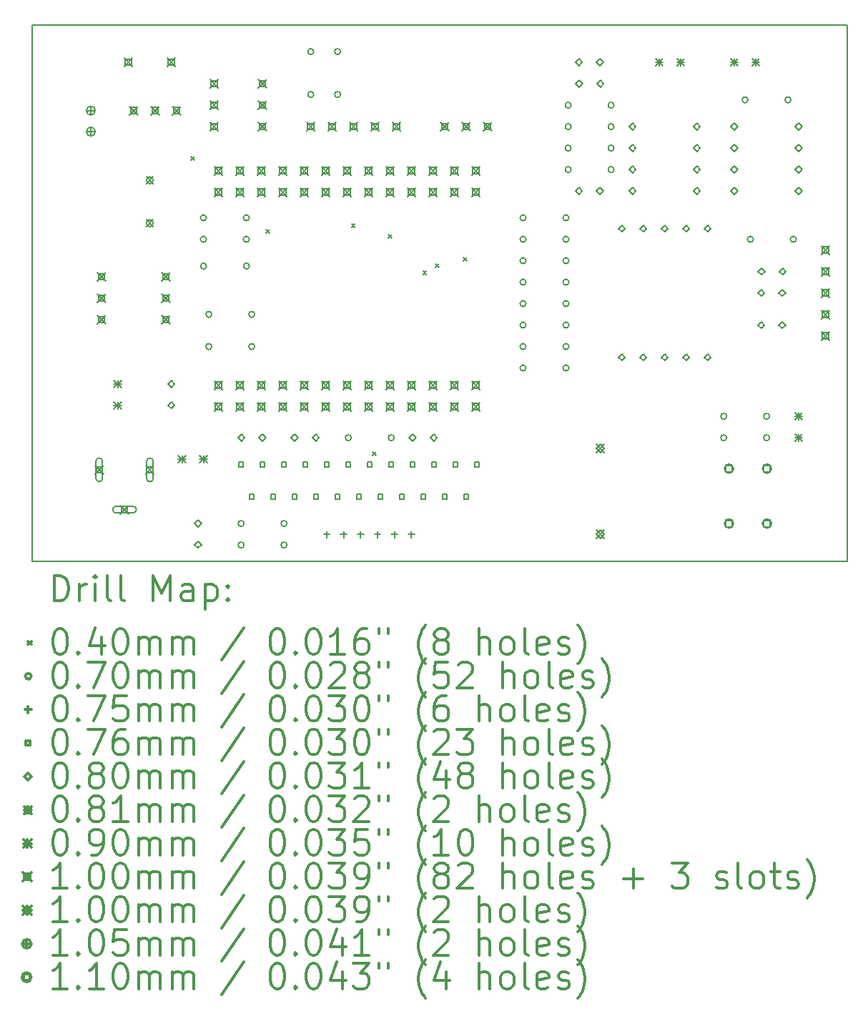
<source format=gbr>
%FSLAX45Y45*%
G04 Gerber Fmt 4.5, Leading zero omitted, Abs format (unit mm)*
G04 Created by KiCad (PCBNEW 4.0.7) date Mon Feb 26 15:09:22 2018*
%MOMM*%
%LPD*%
G01*
G04 APERTURE LIST*
%ADD10C,0.127000*%
%ADD11C,0.150000*%
%ADD12C,0.200000*%
%ADD13C,0.300000*%
G04 APERTURE END LIST*
D10*
D11*
X7747000Y-6350000D02*
X17399000Y-6350000D01*
X7747000Y-12700000D02*
X7747000Y-6350000D01*
X17399000Y-12700000D02*
X7747000Y-12700000D01*
X17399000Y-12700000D02*
X17399000Y-6350000D01*
D12*
X9629900Y-7912420D02*
X9669900Y-7952420D01*
X9669900Y-7912420D02*
X9629900Y-7952420D01*
X10520290Y-8774340D02*
X10560290Y-8814340D01*
X10560290Y-8774340D02*
X10520290Y-8814340D01*
X11532500Y-8711100D02*
X11572500Y-8751100D01*
X11572500Y-8711100D02*
X11532500Y-8751100D01*
X11784390Y-11408960D02*
X11824390Y-11448960D01*
X11824390Y-11408960D02*
X11784390Y-11448960D01*
X11969510Y-8836870D02*
X12009510Y-8876870D01*
X12009510Y-8836870D02*
X11969510Y-8876870D01*
X12379720Y-9266360D02*
X12419720Y-9306360D01*
X12419720Y-9266360D02*
X12379720Y-9306360D01*
X12528180Y-9179850D02*
X12568180Y-9219850D01*
X12568180Y-9179850D02*
X12528180Y-9219850D01*
X12854910Y-9108100D02*
X12894910Y-9148100D01*
X12894910Y-9108100D02*
X12854910Y-9148100D01*
X9814000Y-8636000D02*
G75*
G03X9814000Y-8636000I-35000J0D01*
G01*
X9814000Y-8890000D02*
G75*
G03X9814000Y-8890000I-35000J0D01*
G01*
X9814000Y-9207500D02*
G75*
G03X9814000Y-9207500I-35000J0D01*
G01*
X9877500Y-9779000D02*
G75*
G03X9877500Y-9779000I-35000J0D01*
G01*
X9877500Y-10160000D02*
G75*
G03X9877500Y-10160000I-35000J0D01*
G01*
X10258500Y-12255500D02*
G75*
G03X10258500Y-12255500I-35000J0D01*
G01*
X10258500Y-12509500D02*
G75*
G03X10258500Y-12509500I-35000J0D01*
G01*
X10322000Y-8636000D02*
G75*
G03X10322000Y-8636000I-35000J0D01*
G01*
X10322000Y-8890000D02*
G75*
G03X10322000Y-8890000I-35000J0D01*
G01*
X10322000Y-9207500D02*
G75*
G03X10322000Y-9207500I-35000J0D01*
G01*
X10385500Y-9779000D02*
G75*
G03X10385500Y-9779000I-35000J0D01*
G01*
X10385500Y-10160000D02*
G75*
G03X10385500Y-10160000I-35000J0D01*
G01*
X10766500Y-12255500D02*
G75*
G03X10766500Y-12255500I-35000J0D01*
G01*
X10766500Y-12509500D02*
G75*
G03X10766500Y-12509500I-35000J0D01*
G01*
X11084000Y-6667500D02*
G75*
G03X11084000Y-6667500I-35000J0D01*
G01*
X11084000Y-7175500D02*
G75*
G03X11084000Y-7175500I-35000J0D01*
G01*
X11401500Y-6667500D02*
G75*
G03X11401500Y-6667500I-35000J0D01*
G01*
X11401500Y-7175500D02*
G75*
G03X11401500Y-7175500I-35000J0D01*
G01*
X11528500Y-11239500D02*
G75*
G03X11528500Y-11239500I-35000J0D01*
G01*
X12036500Y-11239500D02*
G75*
G03X12036500Y-11239500I-35000J0D01*
G01*
X13598600Y-8636000D02*
G75*
G03X13598600Y-8636000I-35000J0D01*
G01*
X13598600Y-8890000D02*
G75*
G03X13598600Y-8890000I-35000J0D01*
G01*
X13598600Y-9144000D02*
G75*
G03X13598600Y-9144000I-35000J0D01*
G01*
X13598600Y-9398000D02*
G75*
G03X13598600Y-9398000I-35000J0D01*
G01*
X13598600Y-9652000D02*
G75*
G03X13598600Y-9652000I-35000J0D01*
G01*
X13598600Y-9906000D02*
G75*
G03X13598600Y-9906000I-35000J0D01*
G01*
X13598600Y-10160000D02*
G75*
G03X13598600Y-10160000I-35000J0D01*
G01*
X13598600Y-10414000D02*
G75*
G03X13598600Y-10414000I-35000J0D01*
G01*
X14106600Y-8636000D02*
G75*
G03X14106600Y-8636000I-35000J0D01*
G01*
X14106600Y-8890000D02*
G75*
G03X14106600Y-8890000I-35000J0D01*
G01*
X14106600Y-9144000D02*
G75*
G03X14106600Y-9144000I-35000J0D01*
G01*
X14106600Y-9398000D02*
G75*
G03X14106600Y-9398000I-35000J0D01*
G01*
X14106600Y-9652000D02*
G75*
G03X14106600Y-9652000I-35000J0D01*
G01*
X14106600Y-9906000D02*
G75*
G03X14106600Y-9906000I-35000J0D01*
G01*
X14106600Y-10160000D02*
G75*
G03X14106600Y-10160000I-35000J0D01*
G01*
X14106600Y-10414000D02*
G75*
G03X14106600Y-10414000I-35000J0D01*
G01*
X14132000Y-7302500D02*
G75*
G03X14132000Y-7302500I-35000J0D01*
G01*
X14132000Y-7556500D02*
G75*
G03X14132000Y-7556500I-35000J0D01*
G01*
X14132000Y-7810500D02*
G75*
G03X14132000Y-7810500I-35000J0D01*
G01*
X14132000Y-8064500D02*
G75*
G03X14132000Y-8064500I-35000J0D01*
G01*
X14640000Y-7302500D02*
G75*
G03X14640000Y-7302500I-35000J0D01*
G01*
X14640000Y-7556500D02*
G75*
G03X14640000Y-7556500I-35000J0D01*
G01*
X14640000Y-7810500D02*
G75*
G03X14640000Y-7810500I-35000J0D01*
G01*
X14640000Y-8064500D02*
G75*
G03X14640000Y-8064500I-35000J0D01*
G01*
X15973500Y-10985500D02*
G75*
G03X15973500Y-10985500I-35000J0D01*
G01*
X15973500Y-11239500D02*
G75*
G03X15973500Y-11239500I-35000J0D01*
G01*
X16227500Y-7239000D02*
G75*
G03X16227500Y-7239000I-35000J0D01*
G01*
X16291000Y-8890000D02*
G75*
G03X16291000Y-8890000I-35000J0D01*
G01*
X16481500Y-10985500D02*
G75*
G03X16481500Y-10985500I-35000J0D01*
G01*
X16481500Y-11239500D02*
G75*
G03X16481500Y-11239500I-35000J0D01*
G01*
X16735500Y-7239000D02*
G75*
G03X16735500Y-7239000I-35000J0D01*
G01*
X16799000Y-8890000D02*
G75*
G03X16799000Y-8890000I-35000J0D01*
G01*
X11239500Y-12345000D02*
X11239500Y-12420000D01*
X11202000Y-12382500D02*
X11277000Y-12382500D01*
X11439500Y-12345000D02*
X11439500Y-12420000D01*
X11402000Y-12382500D02*
X11477000Y-12382500D01*
X11639500Y-12345000D02*
X11639500Y-12420000D01*
X11602000Y-12382500D02*
X11677000Y-12382500D01*
X11839500Y-12345000D02*
X11839500Y-12420000D01*
X11802000Y-12382500D02*
X11877000Y-12382500D01*
X12039500Y-12345000D02*
X12039500Y-12420000D01*
X12002000Y-12382500D02*
X12077000Y-12382500D01*
X12239500Y-12345000D02*
X12239500Y-12420000D01*
X12202000Y-12382500D02*
X12277000Y-12382500D01*
X10250441Y-11583941D02*
X10250441Y-11530059D01*
X10196559Y-11530059D01*
X10196559Y-11583941D01*
X10250441Y-11583941D01*
X10377441Y-11964941D02*
X10377441Y-11911059D01*
X10323559Y-11911059D01*
X10323559Y-11964941D01*
X10377441Y-11964941D01*
X10504441Y-11583941D02*
X10504441Y-11530059D01*
X10450559Y-11530059D01*
X10450559Y-11583941D01*
X10504441Y-11583941D01*
X10631441Y-11964941D02*
X10631441Y-11911059D01*
X10577559Y-11911059D01*
X10577559Y-11964941D01*
X10631441Y-11964941D01*
X10758441Y-11583941D02*
X10758441Y-11530059D01*
X10704559Y-11530059D01*
X10704559Y-11583941D01*
X10758441Y-11583941D01*
X10885441Y-11964941D02*
X10885441Y-11911059D01*
X10831559Y-11911059D01*
X10831559Y-11964941D01*
X10885441Y-11964941D01*
X11012441Y-11583941D02*
X11012441Y-11530059D01*
X10958559Y-11530059D01*
X10958559Y-11583941D01*
X11012441Y-11583941D01*
X11139441Y-11964941D02*
X11139441Y-11911059D01*
X11085559Y-11911059D01*
X11085559Y-11964941D01*
X11139441Y-11964941D01*
X11266441Y-11583941D02*
X11266441Y-11530059D01*
X11212559Y-11530059D01*
X11212559Y-11583941D01*
X11266441Y-11583941D01*
X11393441Y-11964941D02*
X11393441Y-11911059D01*
X11339559Y-11911059D01*
X11339559Y-11964941D01*
X11393441Y-11964941D01*
X11520441Y-11583941D02*
X11520441Y-11530059D01*
X11466559Y-11530059D01*
X11466559Y-11583941D01*
X11520441Y-11583941D01*
X11647441Y-11964941D02*
X11647441Y-11911059D01*
X11593559Y-11911059D01*
X11593559Y-11964941D01*
X11647441Y-11964941D01*
X11774441Y-11583941D02*
X11774441Y-11530059D01*
X11720559Y-11530059D01*
X11720559Y-11583941D01*
X11774441Y-11583941D01*
X11901441Y-11964941D02*
X11901441Y-11911059D01*
X11847559Y-11911059D01*
X11847559Y-11964941D01*
X11901441Y-11964941D01*
X12028441Y-11583941D02*
X12028441Y-11530059D01*
X11974559Y-11530059D01*
X11974559Y-11583941D01*
X12028441Y-11583941D01*
X12155441Y-11964941D02*
X12155441Y-11911059D01*
X12101559Y-11911059D01*
X12101559Y-11964941D01*
X12155441Y-11964941D01*
X12282441Y-11583941D02*
X12282441Y-11530059D01*
X12228559Y-11530059D01*
X12228559Y-11583941D01*
X12282441Y-11583941D01*
X12409441Y-11964941D02*
X12409441Y-11911059D01*
X12355559Y-11911059D01*
X12355559Y-11964941D01*
X12409441Y-11964941D01*
X12536441Y-11583941D02*
X12536441Y-11530059D01*
X12482559Y-11530059D01*
X12482559Y-11583941D01*
X12536441Y-11583941D01*
X12663441Y-11964941D02*
X12663441Y-11911059D01*
X12609559Y-11911059D01*
X12609559Y-11964941D01*
X12663441Y-11964941D01*
X12790441Y-11583941D02*
X12790441Y-11530059D01*
X12736559Y-11530059D01*
X12736559Y-11583941D01*
X12790441Y-11583941D01*
X12917441Y-11964941D02*
X12917441Y-11911059D01*
X12863559Y-11911059D01*
X12863559Y-11964941D01*
X12917441Y-11964941D01*
X13044441Y-11583941D02*
X13044441Y-11530059D01*
X12990559Y-11530059D01*
X12990559Y-11583941D01*
X13044441Y-11583941D01*
X9398000Y-10644500D02*
X9438000Y-10604500D01*
X9398000Y-10564500D01*
X9358000Y-10604500D01*
X9398000Y-10644500D01*
X9398000Y-10894500D02*
X9438000Y-10854500D01*
X9398000Y-10814500D01*
X9358000Y-10854500D01*
X9398000Y-10894500D01*
X9715500Y-12295500D02*
X9755500Y-12255500D01*
X9715500Y-12215500D01*
X9675500Y-12255500D01*
X9715500Y-12295500D01*
X9715500Y-12545500D02*
X9755500Y-12505500D01*
X9715500Y-12465500D01*
X9675500Y-12505500D01*
X9715500Y-12545500D01*
X10227500Y-11279500D02*
X10267500Y-11239500D01*
X10227500Y-11199500D01*
X10187500Y-11239500D01*
X10227500Y-11279500D01*
X10477500Y-11279500D02*
X10517500Y-11239500D01*
X10477500Y-11199500D01*
X10437500Y-11239500D01*
X10477500Y-11279500D01*
X10858500Y-11279500D02*
X10898500Y-11239500D01*
X10858500Y-11199500D01*
X10818500Y-11239500D01*
X10858500Y-11279500D01*
X11108500Y-11279500D02*
X11148500Y-11239500D01*
X11108500Y-11199500D01*
X11068500Y-11239500D01*
X11108500Y-11279500D01*
X12255500Y-11279500D02*
X12295500Y-11239500D01*
X12255500Y-11199500D01*
X12215500Y-11239500D01*
X12255500Y-11279500D01*
X12505500Y-11279500D02*
X12545500Y-11239500D01*
X12505500Y-11199500D01*
X12465500Y-11239500D01*
X12505500Y-11279500D01*
X14224000Y-6834500D02*
X14264000Y-6794500D01*
X14224000Y-6754500D01*
X14184000Y-6794500D01*
X14224000Y-6834500D01*
X14224000Y-8358500D02*
X14264000Y-8318500D01*
X14224000Y-8278500D01*
X14184000Y-8318500D01*
X14224000Y-8358500D01*
X14228000Y-7088500D02*
X14268000Y-7048500D01*
X14228000Y-7008500D01*
X14188000Y-7048500D01*
X14228000Y-7088500D01*
X14474000Y-6834500D02*
X14514000Y-6794500D01*
X14474000Y-6754500D01*
X14434000Y-6794500D01*
X14474000Y-6834500D01*
X14474000Y-8358500D02*
X14514000Y-8318500D01*
X14474000Y-8278500D01*
X14434000Y-8318500D01*
X14474000Y-8358500D01*
X14478000Y-7088500D02*
X14518000Y-7048500D01*
X14478000Y-7008500D01*
X14438000Y-7048500D01*
X14478000Y-7088500D01*
X14732000Y-8803000D02*
X14772000Y-8763000D01*
X14732000Y-8723000D01*
X14692000Y-8763000D01*
X14732000Y-8803000D01*
X14732000Y-10327000D02*
X14772000Y-10287000D01*
X14732000Y-10247000D01*
X14692000Y-10287000D01*
X14732000Y-10327000D01*
X14859000Y-7596500D02*
X14899000Y-7556500D01*
X14859000Y-7516500D01*
X14819000Y-7556500D01*
X14859000Y-7596500D01*
X14859000Y-7850500D02*
X14899000Y-7810500D01*
X14859000Y-7770500D01*
X14819000Y-7810500D01*
X14859000Y-7850500D01*
X14859000Y-8104500D02*
X14899000Y-8064500D01*
X14859000Y-8024500D01*
X14819000Y-8064500D01*
X14859000Y-8104500D01*
X14859000Y-8358500D02*
X14899000Y-8318500D01*
X14859000Y-8278500D01*
X14819000Y-8318500D01*
X14859000Y-8358500D01*
X14986000Y-8803000D02*
X15026000Y-8763000D01*
X14986000Y-8723000D01*
X14946000Y-8763000D01*
X14986000Y-8803000D01*
X14986000Y-10327000D02*
X15026000Y-10287000D01*
X14986000Y-10247000D01*
X14946000Y-10287000D01*
X14986000Y-10327000D01*
X15240000Y-8803000D02*
X15280000Y-8763000D01*
X15240000Y-8723000D01*
X15200000Y-8763000D01*
X15240000Y-8803000D01*
X15240000Y-10327000D02*
X15280000Y-10287000D01*
X15240000Y-10247000D01*
X15200000Y-10287000D01*
X15240000Y-10327000D01*
X15494000Y-8803000D02*
X15534000Y-8763000D01*
X15494000Y-8723000D01*
X15454000Y-8763000D01*
X15494000Y-8803000D01*
X15494000Y-10327000D02*
X15534000Y-10287000D01*
X15494000Y-10247000D01*
X15454000Y-10287000D01*
X15494000Y-10327000D01*
X15621000Y-7596500D02*
X15661000Y-7556500D01*
X15621000Y-7516500D01*
X15581000Y-7556500D01*
X15621000Y-7596500D01*
X15621000Y-7850500D02*
X15661000Y-7810500D01*
X15621000Y-7770500D01*
X15581000Y-7810500D01*
X15621000Y-7850500D01*
X15621000Y-8104500D02*
X15661000Y-8064500D01*
X15621000Y-8024500D01*
X15581000Y-8064500D01*
X15621000Y-8104500D01*
X15621000Y-8358500D02*
X15661000Y-8318500D01*
X15621000Y-8278500D01*
X15581000Y-8318500D01*
X15621000Y-8358500D01*
X15748000Y-8803000D02*
X15788000Y-8763000D01*
X15748000Y-8723000D01*
X15708000Y-8763000D01*
X15748000Y-8803000D01*
X15748000Y-10327000D02*
X15788000Y-10287000D01*
X15748000Y-10247000D01*
X15708000Y-10287000D01*
X15748000Y-10327000D01*
X16065500Y-7596500D02*
X16105500Y-7556500D01*
X16065500Y-7516500D01*
X16025500Y-7556500D01*
X16065500Y-7596500D01*
X16065500Y-7850500D02*
X16105500Y-7810500D01*
X16065500Y-7770500D01*
X16025500Y-7810500D01*
X16065500Y-7850500D01*
X16065500Y-8104500D02*
X16105500Y-8064500D01*
X16065500Y-8024500D01*
X16025500Y-8064500D01*
X16065500Y-8104500D01*
X16065500Y-8358500D02*
X16105500Y-8318500D01*
X16065500Y-8278500D01*
X16025500Y-8318500D01*
X16065500Y-8358500D01*
X16383000Y-9565000D02*
X16423000Y-9525000D01*
X16383000Y-9485000D01*
X16343000Y-9525000D01*
X16383000Y-9565000D01*
X16383000Y-9946000D02*
X16423000Y-9906000D01*
X16383000Y-9866000D01*
X16343000Y-9906000D01*
X16383000Y-9946000D01*
X16387000Y-9311000D02*
X16427000Y-9271000D01*
X16387000Y-9231000D01*
X16347000Y-9271000D01*
X16387000Y-9311000D01*
X16633000Y-9565000D02*
X16673000Y-9525000D01*
X16633000Y-9485000D01*
X16593000Y-9525000D01*
X16633000Y-9565000D01*
X16633000Y-9946000D02*
X16673000Y-9906000D01*
X16633000Y-9866000D01*
X16593000Y-9906000D01*
X16633000Y-9946000D01*
X16637000Y-9311000D02*
X16677000Y-9271000D01*
X16637000Y-9231000D01*
X16597000Y-9271000D01*
X16637000Y-9311000D01*
X16827500Y-7596500D02*
X16867500Y-7556500D01*
X16827500Y-7516500D01*
X16787500Y-7556500D01*
X16827500Y-7596500D01*
X16827500Y-7850500D02*
X16867500Y-7810500D01*
X16827500Y-7770500D01*
X16787500Y-7810500D01*
X16827500Y-7850500D01*
X16827500Y-8104500D02*
X16867500Y-8064500D01*
X16827500Y-8024500D01*
X16787500Y-8064500D01*
X16827500Y-8104500D01*
X16827500Y-8358500D02*
X16867500Y-8318500D01*
X16827500Y-8278500D01*
X16787500Y-8318500D01*
X16827500Y-8358500D01*
X9103360Y-8150860D02*
X9184640Y-8232140D01*
X9184640Y-8150860D02*
X9103360Y-8232140D01*
X9184640Y-8191500D02*
G75*
G03X9184640Y-8191500I-40640J0D01*
G01*
X9103360Y-8658860D02*
X9184640Y-8740140D01*
X9184640Y-8658860D02*
X9103360Y-8740140D01*
X9184640Y-8699500D02*
G75*
G03X9184640Y-8699500I-40640J0D01*
G01*
X8718000Y-10559500D02*
X8808000Y-10649500D01*
X8808000Y-10559500D02*
X8718000Y-10649500D01*
X8763000Y-10559500D02*
X8763000Y-10649500D01*
X8718000Y-10604500D02*
X8808000Y-10604500D01*
X8718000Y-10813500D02*
X8808000Y-10903500D01*
X8808000Y-10813500D02*
X8718000Y-10903500D01*
X8763000Y-10813500D02*
X8763000Y-10903500D01*
X8718000Y-10858500D02*
X8808000Y-10858500D01*
X9480000Y-11448500D02*
X9570000Y-11538500D01*
X9570000Y-11448500D02*
X9480000Y-11538500D01*
X9525000Y-11448500D02*
X9525000Y-11538500D01*
X9480000Y-11493500D02*
X9570000Y-11493500D01*
X9734000Y-11448500D02*
X9824000Y-11538500D01*
X9824000Y-11448500D02*
X9734000Y-11538500D01*
X9779000Y-11448500D02*
X9779000Y-11538500D01*
X9734000Y-11493500D02*
X9824000Y-11493500D01*
X15131500Y-6749500D02*
X15221500Y-6839500D01*
X15221500Y-6749500D02*
X15131500Y-6839500D01*
X15176500Y-6749500D02*
X15176500Y-6839500D01*
X15131500Y-6794500D02*
X15221500Y-6794500D01*
X15385500Y-6749500D02*
X15475500Y-6839500D01*
X15475500Y-6749500D02*
X15385500Y-6839500D01*
X15430500Y-6749500D02*
X15430500Y-6839500D01*
X15385500Y-6794500D02*
X15475500Y-6794500D01*
X16020500Y-6749500D02*
X16110500Y-6839500D01*
X16110500Y-6749500D02*
X16020500Y-6839500D01*
X16065500Y-6749500D02*
X16065500Y-6839500D01*
X16020500Y-6794500D02*
X16110500Y-6794500D01*
X16274500Y-6749500D02*
X16364500Y-6839500D01*
X16364500Y-6749500D02*
X16274500Y-6839500D01*
X16319500Y-6749500D02*
X16319500Y-6839500D01*
X16274500Y-6794500D02*
X16364500Y-6794500D01*
X16782500Y-10940500D02*
X16872500Y-11030500D01*
X16872500Y-10940500D02*
X16782500Y-11030500D01*
X16827500Y-10940500D02*
X16827500Y-11030500D01*
X16782500Y-10985500D02*
X16872500Y-10985500D01*
X16782500Y-11194500D02*
X16872500Y-11284500D01*
X16872500Y-11194500D02*
X16782500Y-11284500D01*
X16827500Y-11194500D02*
X16827500Y-11284500D01*
X16782500Y-11239500D02*
X16872500Y-11239500D01*
X8494000Y-11570500D02*
X8594000Y-11670500D01*
X8594000Y-11570500D02*
X8494000Y-11670500D01*
X8579356Y-11655856D02*
X8579356Y-11585144D01*
X8508644Y-11585144D01*
X8508644Y-11655856D01*
X8579356Y-11655856D01*
X8504000Y-11520500D02*
X8504000Y-11720500D01*
X8584000Y-11520500D02*
X8584000Y-11720500D01*
X8504000Y-11720500D02*
G75*
G03X8584000Y-11720500I40000J0D01*
G01*
X8584000Y-11520500D02*
G75*
G03X8504000Y-11520500I-40000J0D01*
G01*
X8522500Y-9284500D02*
X8622500Y-9384500D01*
X8622500Y-9284500D02*
X8522500Y-9384500D01*
X8607856Y-9369856D02*
X8607856Y-9299144D01*
X8537144Y-9299144D01*
X8537144Y-9369856D01*
X8607856Y-9369856D01*
X8522500Y-9538500D02*
X8622500Y-9638500D01*
X8622500Y-9538500D02*
X8522500Y-9638500D01*
X8607856Y-9623856D02*
X8607856Y-9553144D01*
X8537144Y-9553144D01*
X8537144Y-9623856D01*
X8607856Y-9623856D01*
X8522500Y-9792500D02*
X8622500Y-9892500D01*
X8622500Y-9792500D02*
X8522500Y-9892500D01*
X8607856Y-9877856D02*
X8607856Y-9807144D01*
X8537144Y-9807144D01*
X8537144Y-9877856D01*
X8607856Y-9877856D01*
X8794000Y-12040500D02*
X8894000Y-12140500D01*
X8894000Y-12040500D02*
X8794000Y-12140500D01*
X8879356Y-12125856D02*
X8879356Y-12055144D01*
X8808644Y-12055144D01*
X8808644Y-12125856D01*
X8879356Y-12125856D01*
X8744000Y-12130500D02*
X8944000Y-12130500D01*
X8744000Y-12050500D02*
X8944000Y-12050500D01*
X8944000Y-12130500D02*
G75*
G03X8944000Y-12050500I0J40000D01*
G01*
X8744000Y-12050500D02*
G75*
G03X8744000Y-12130500I0J-40000D01*
G01*
X8840000Y-6743500D02*
X8940000Y-6843500D01*
X8940000Y-6743500D02*
X8840000Y-6843500D01*
X8925356Y-6828856D02*
X8925356Y-6758144D01*
X8854644Y-6758144D01*
X8854644Y-6828856D01*
X8925356Y-6828856D01*
X8903500Y-7316000D02*
X9003500Y-7416000D01*
X9003500Y-7316000D02*
X8903500Y-7416000D01*
X8988856Y-7401356D02*
X8988856Y-7330644D01*
X8918144Y-7330644D01*
X8918144Y-7401356D01*
X8988856Y-7401356D01*
X9094000Y-11570500D02*
X9194000Y-11670500D01*
X9194000Y-11570500D02*
X9094000Y-11670500D01*
X9179356Y-11655856D02*
X9179356Y-11585144D01*
X9108644Y-11585144D01*
X9108644Y-11655856D01*
X9179356Y-11655856D01*
X9104000Y-11520500D02*
X9104000Y-11720500D01*
X9184000Y-11520500D02*
X9184000Y-11720500D01*
X9104000Y-11720500D02*
G75*
G03X9184000Y-11720500I40000J0D01*
G01*
X9184000Y-11520500D02*
G75*
G03X9104000Y-11520500I-40000J0D01*
G01*
X9157500Y-7316000D02*
X9257500Y-7416000D01*
X9257500Y-7316000D02*
X9157500Y-7416000D01*
X9242856Y-7401356D02*
X9242856Y-7330644D01*
X9172144Y-7330644D01*
X9172144Y-7401356D01*
X9242856Y-7401356D01*
X9284500Y-9284500D02*
X9384500Y-9384500D01*
X9384500Y-9284500D02*
X9284500Y-9384500D01*
X9369856Y-9369856D02*
X9369856Y-9299144D01*
X9299144Y-9299144D01*
X9299144Y-9369856D01*
X9369856Y-9369856D01*
X9284500Y-9538500D02*
X9384500Y-9638500D01*
X9384500Y-9538500D02*
X9284500Y-9638500D01*
X9369856Y-9623856D02*
X9369856Y-9553144D01*
X9299144Y-9553144D01*
X9299144Y-9623856D01*
X9369856Y-9623856D01*
X9284500Y-9792500D02*
X9384500Y-9892500D01*
X9384500Y-9792500D02*
X9284500Y-9892500D01*
X9369856Y-9877856D02*
X9369856Y-9807144D01*
X9299144Y-9807144D01*
X9299144Y-9877856D01*
X9369856Y-9877856D01*
X9348000Y-6744500D02*
X9448000Y-6844500D01*
X9448000Y-6744500D02*
X9348000Y-6844500D01*
X9433356Y-6829856D02*
X9433356Y-6759144D01*
X9362644Y-6759144D01*
X9362644Y-6829856D01*
X9433356Y-6829856D01*
X9411500Y-7316000D02*
X9511500Y-7416000D01*
X9511500Y-7316000D02*
X9411500Y-7416000D01*
X9496856Y-7401356D02*
X9496856Y-7330644D01*
X9426144Y-7330644D01*
X9426144Y-7401356D01*
X9496856Y-7401356D01*
X9856000Y-6998500D02*
X9956000Y-7098500D01*
X9956000Y-6998500D02*
X9856000Y-7098500D01*
X9941356Y-7083856D02*
X9941356Y-7013144D01*
X9870644Y-7013144D01*
X9870644Y-7083856D01*
X9941356Y-7083856D01*
X9856000Y-7252500D02*
X9956000Y-7352500D01*
X9956000Y-7252500D02*
X9856000Y-7352500D01*
X9941356Y-7337856D02*
X9941356Y-7267144D01*
X9870644Y-7267144D01*
X9870644Y-7337856D01*
X9941356Y-7337856D01*
X9856000Y-7506500D02*
X9956000Y-7606500D01*
X9956000Y-7506500D02*
X9856000Y-7606500D01*
X9941356Y-7591856D02*
X9941356Y-7521144D01*
X9870644Y-7521144D01*
X9870644Y-7591856D01*
X9941356Y-7591856D01*
X9906800Y-8027200D02*
X10006800Y-8127200D01*
X10006800Y-8027200D02*
X9906800Y-8127200D01*
X9992156Y-8112556D02*
X9992156Y-8041844D01*
X9921444Y-8041844D01*
X9921444Y-8112556D01*
X9992156Y-8112556D01*
X9906800Y-8281200D02*
X10006800Y-8381200D01*
X10006800Y-8281200D02*
X9906800Y-8381200D01*
X9992156Y-8366556D02*
X9992156Y-8295844D01*
X9921444Y-8295844D01*
X9921444Y-8366556D01*
X9992156Y-8366556D01*
X9906800Y-10567200D02*
X10006800Y-10667200D01*
X10006800Y-10567200D02*
X9906800Y-10667200D01*
X9992156Y-10652556D02*
X9992156Y-10581844D01*
X9921444Y-10581844D01*
X9921444Y-10652556D01*
X9992156Y-10652556D01*
X9906800Y-10821200D02*
X10006800Y-10921200D01*
X10006800Y-10821200D02*
X9906800Y-10921200D01*
X9992156Y-10906556D02*
X9992156Y-10835844D01*
X9921444Y-10835844D01*
X9921444Y-10906556D01*
X9992156Y-10906556D01*
X10160800Y-8027200D02*
X10260800Y-8127200D01*
X10260800Y-8027200D02*
X10160800Y-8127200D01*
X10246156Y-8112556D02*
X10246156Y-8041844D01*
X10175444Y-8041844D01*
X10175444Y-8112556D01*
X10246156Y-8112556D01*
X10160800Y-8281200D02*
X10260800Y-8381200D01*
X10260800Y-8281200D02*
X10160800Y-8381200D01*
X10246156Y-8366556D02*
X10246156Y-8295844D01*
X10175444Y-8295844D01*
X10175444Y-8366556D01*
X10246156Y-8366556D01*
X10160800Y-10567200D02*
X10260800Y-10667200D01*
X10260800Y-10567200D02*
X10160800Y-10667200D01*
X10246156Y-10652556D02*
X10246156Y-10581844D01*
X10175444Y-10581844D01*
X10175444Y-10652556D01*
X10246156Y-10652556D01*
X10160800Y-10821200D02*
X10260800Y-10921200D01*
X10260800Y-10821200D02*
X10160800Y-10921200D01*
X10246156Y-10906556D02*
X10246156Y-10835844D01*
X10175444Y-10835844D01*
X10175444Y-10906556D01*
X10246156Y-10906556D01*
X10414800Y-8027200D02*
X10514800Y-8127200D01*
X10514800Y-8027200D02*
X10414800Y-8127200D01*
X10500156Y-8112556D02*
X10500156Y-8041844D01*
X10429444Y-8041844D01*
X10429444Y-8112556D01*
X10500156Y-8112556D01*
X10414800Y-8281200D02*
X10514800Y-8381200D01*
X10514800Y-8281200D02*
X10414800Y-8381200D01*
X10500156Y-8366556D02*
X10500156Y-8295844D01*
X10429444Y-8295844D01*
X10429444Y-8366556D01*
X10500156Y-8366556D01*
X10414800Y-10567200D02*
X10514800Y-10667200D01*
X10514800Y-10567200D02*
X10414800Y-10667200D01*
X10500156Y-10652556D02*
X10500156Y-10581844D01*
X10429444Y-10581844D01*
X10429444Y-10652556D01*
X10500156Y-10652556D01*
X10414800Y-10821200D02*
X10514800Y-10921200D01*
X10514800Y-10821200D02*
X10414800Y-10921200D01*
X10500156Y-10906556D02*
X10500156Y-10835844D01*
X10429444Y-10835844D01*
X10429444Y-10906556D01*
X10500156Y-10906556D01*
X10427500Y-6998500D02*
X10527500Y-7098500D01*
X10527500Y-6998500D02*
X10427500Y-7098500D01*
X10512856Y-7083856D02*
X10512856Y-7013144D01*
X10442144Y-7013144D01*
X10442144Y-7083856D01*
X10512856Y-7083856D01*
X10427500Y-7252500D02*
X10527500Y-7352500D01*
X10527500Y-7252500D02*
X10427500Y-7352500D01*
X10512856Y-7337856D02*
X10512856Y-7267144D01*
X10442144Y-7267144D01*
X10442144Y-7337856D01*
X10512856Y-7337856D01*
X10427500Y-7506500D02*
X10527500Y-7606500D01*
X10527500Y-7506500D02*
X10427500Y-7606500D01*
X10512856Y-7591856D02*
X10512856Y-7521144D01*
X10442144Y-7521144D01*
X10442144Y-7591856D01*
X10512856Y-7591856D01*
X10668800Y-8027200D02*
X10768800Y-8127200D01*
X10768800Y-8027200D02*
X10668800Y-8127200D01*
X10754156Y-8112556D02*
X10754156Y-8041844D01*
X10683444Y-8041844D01*
X10683444Y-8112556D01*
X10754156Y-8112556D01*
X10668800Y-8281200D02*
X10768800Y-8381200D01*
X10768800Y-8281200D02*
X10668800Y-8381200D01*
X10754156Y-8366556D02*
X10754156Y-8295844D01*
X10683444Y-8295844D01*
X10683444Y-8366556D01*
X10754156Y-8366556D01*
X10668800Y-10567200D02*
X10768800Y-10667200D01*
X10768800Y-10567200D02*
X10668800Y-10667200D01*
X10754156Y-10652556D02*
X10754156Y-10581844D01*
X10683444Y-10581844D01*
X10683444Y-10652556D01*
X10754156Y-10652556D01*
X10668800Y-10821200D02*
X10768800Y-10921200D01*
X10768800Y-10821200D02*
X10668800Y-10921200D01*
X10754156Y-10906556D02*
X10754156Y-10835844D01*
X10683444Y-10835844D01*
X10683444Y-10906556D01*
X10754156Y-10906556D01*
X10922800Y-8027200D02*
X11022800Y-8127200D01*
X11022800Y-8027200D02*
X10922800Y-8127200D01*
X11008156Y-8112556D02*
X11008156Y-8041844D01*
X10937444Y-8041844D01*
X10937444Y-8112556D01*
X11008156Y-8112556D01*
X10922800Y-8281200D02*
X11022800Y-8381200D01*
X11022800Y-8281200D02*
X10922800Y-8381200D01*
X11008156Y-8366556D02*
X11008156Y-8295844D01*
X10937444Y-8295844D01*
X10937444Y-8366556D01*
X11008156Y-8366556D01*
X10922800Y-10567200D02*
X11022800Y-10667200D01*
X11022800Y-10567200D02*
X10922800Y-10667200D01*
X11008156Y-10652556D02*
X11008156Y-10581844D01*
X10937444Y-10581844D01*
X10937444Y-10652556D01*
X11008156Y-10652556D01*
X10922800Y-10821200D02*
X11022800Y-10921200D01*
X11022800Y-10821200D02*
X10922800Y-10921200D01*
X11008156Y-10906556D02*
X11008156Y-10835844D01*
X10937444Y-10835844D01*
X10937444Y-10906556D01*
X11008156Y-10906556D01*
X10999000Y-7506500D02*
X11099000Y-7606500D01*
X11099000Y-7506500D02*
X10999000Y-7606500D01*
X11084356Y-7591856D02*
X11084356Y-7521144D01*
X11013644Y-7521144D01*
X11013644Y-7591856D01*
X11084356Y-7591856D01*
X11176800Y-8027200D02*
X11276800Y-8127200D01*
X11276800Y-8027200D02*
X11176800Y-8127200D01*
X11262156Y-8112556D02*
X11262156Y-8041844D01*
X11191444Y-8041844D01*
X11191444Y-8112556D01*
X11262156Y-8112556D01*
X11176800Y-8281200D02*
X11276800Y-8381200D01*
X11276800Y-8281200D02*
X11176800Y-8381200D01*
X11262156Y-8366556D02*
X11262156Y-8295844D01*
X11191444Y-8295844D01*
X11191444Y-8366556D01*
X11262156Y-8366556D01*
X11176800Y-10567200D02*
X11276800Y-10667200D01*
X11276800Y-10567200D02*
X11176800Y-10667200D01*
X11262156Y-10652556D02*
X11262156Y-10581844D01*
X11191444Y-10581844D01*
X11191444Y-10652556D01*
X11262156Y-10652556D01*
X11176800Y-10821200D02*
X11276800Y-10921200D01*
X11276800Y-10821200D02*
X11176800Y-10921200D01*
X11262156Y-10906556D02*
X11262156Y-10835844D01*
X11191444Y-10835844D01*
X11191444Y-10906556D01*
X11262156Y-10906556D01*
X11253000Y-7506500D02*
X11353000Y-7606500D01*
X11353000Y-7506500D02*
X11253000Y-7606500D01*
X11338356Y-7591856D02*
X11338356Y-7521144D01*
X11267644Y-7521144D01*
X11267644Y-7591856D01*
X11338356Y-7591856D01*
X11430800Y-8027200D02*
X11530800Y-8127200D01*
X11530800Y-8027200D02*
X11430800Y-8127200D01*
X11516156Y-8112556D02*
X11516156Y-8041844D01*
X11445444Y-8041844D01*
X11445444Y-8112556D01*
X11516156Y-8112556D01*
X11430800Y-8281200D02*
X11530800Y-8381200D01*
X11530800Y-8281200D02*
X11430800Y-8381200D01*
X11516156Y-8366556D02*
X11516156Y-8295844D01*
X11445444Y-8295844D01*
X11445444Y-8366556D01*
X11516156Y-8366556D01*
X11430800Y-10567200D02*
X11530800Y-10667200D01*
X11530800Y-10567200D02*
X11430800Y-10667200D01*
X11516156Y-10652556D02*
X11516156Y-10581844D01*
X11445444Y-10581844D01*
X11445444Y-10652556D01*
X11516156Y-10652556D01*
X11430800Y-10821200D02*
X11530800Y-10921200D01*
X11530800Y-10821200D02*
X11430800Y-10921200D01*
X11516156Y-10906556D02*
X11516156Y-10835844D01*
X11445444Y-10835844D01*
X11445444Y-10906556D01*
X11516156Y-10906556D01*
X11507000Y-7506500D02*
X11607000Y-7606500D01*
X11607000Y-7506500D02*
X11507000Y-7606500D01*
X11592356Y-7591856D02*
X11592356Y-7521144D01*
X11521644Y-7521144D01*
X11521644Y-7591856D01*
X11592356Y-7591856D01*
X11684800Y-8027200D02*
X11784800Y-8127200D01*
X11784800Y-8027200D02*
X11684800Y-8127200D01*
X11770156Y-8112556D02*
X11770156Y-8041844D01*
X11699444Y-8041844D01*
X11699444Y-8112556D01*
X11770156Y-8112556D01*
X11684800Y-8281200D02*
X11784800Y-8381200D01*
X11784800Y-8281200D02*
X11684800Y-8381200D01*
X11770156Y-8366556D02*
X11770156Y-8295844D01*
X11699444Y-8295844D01*
X11699444Y-8366556D01*
X11770156Y-8366556D01*
X11684800Y-10567200D02*
X11784800Y-10667200D01*
X11784800Y-10567200D02*
X11684800Y-10667200D01*
X11770156Y-10652556D02*
X11770156Y-10581844D01*
X11699444Y-10581844D01*
X11699444Y-10652556D01*
X11770156Y-10652556D01*
X11684800Y-10821200D02*
X11784800Y-10921200D01*
X11784800Y-10821200D02*
X11684800Y-10921200D01*
X11770156Y-10906556D02*
X11770156Y-10835844D01*
X11699444Y-10835844D01*
X11699444Y-10906556D01*
X11770156Y-10906556D01*
X11761000Y-7506500D02*
X11861000Y-7606500D01*
X11861000Y-7506500D02*
X11761000Y-7606500D01*
X11846356Y-7591856D02*
X11846356Y-7521144D01*
X11775644Y-7521144D01*
X11775644Y-7591856D01*
X11846356Y-7591856D01*
X11938800Y-8027200D02*
X12038800Y-8127200D01*
X12038800Y-8027200D02*
X11938800Y-8127200D01*
X12024156Y-8112556D02*
X12024156Y-8041844D01*
X11953444Y-8041844D01*
X11953444Y-8112556D01*
X12024156Y-8112556D01*
X11938800Y-8281200D02*
X12038800Y-8381200D01*
X12038800Y-8281200D02*
X11938800Y-8381200D01*
X12024156Y-8366556D02*
X12024156Y-8295844D01*
X11953444Y-8295844D01*
X11953444Y-8366556D01*
X12024156Y-8366556D01*
X11938800Y-10567200D02*
X12038800Y-10667200D01*
X12038800Y-10567200D02*
X11938800Y-10667200D01*
X12024156Y-10652556D02*
X12024156Y-10581844D01*
X11953444Y-10581844D01*
X11953444Y-10652556D01*
X12024156Y-10652556D01*
X11938800Y-10821200D02*
X12038800Y-10921200D01*
X12038800Y-10821200D02*
X11938800Y-10921200D01*
X12024156Y-10906556D02*
X12024156Y-10835844D01*
X11953444Y-10835844D01*
X11953444Y-10906556D01*
X12024156Y-10906556D01*
X12015000Y-7506500D02*
X12115000Y-7606500D01*
X12115000Y-7506500D02*
X12015000Y-7606500D01*
X12100356Y-7591856D02*
X12100356Y-7521144D01*
X12029644Y-7521144D01*
X12029644Y-7591856D01*
X12100356Y-7591856D01*
X12192800Y-8027200D02*
X12292800Y-8127200D01*
X12292800Y-8027200D02*
X12192800Y-8127200D01*
X12278156Y-8112556D02*
X12278156Y-8041844D01*
X12207444Y-8041844D01*
X12207444Y-8112556D01*
X12278156Y-8112556D01*
X12192800Y-8281200D02*
X12292800Y-8381200D01*
X12292800Y-8281200D02*
X12192800Y-8381200D01*
X12278156Y-8366556D02*
X12278156Y-8295844D01*
X12207444Y-8295844D01*
X12207444Y-8366556D01*
X12278156Y-8366556D01*
X12192800Y-10567200D02*
X12292800Y-10667200D01*
X12292800Y-10567200D02*
X12192800Y-10667200D01*
X12278156Y-10652556D02*
X12278156Y-10581844D01*
X12207444Y-10581844D01*
X12207444Y-10652556D01*
X12278156Y-10652556D01*
X12192800Y-10821200D02*
X12292800Y-10921200D01*
X12292800Y-10821200D02*
X12192800Y-10921200D01*
X12278156Y-10906556D02*
X12278156Y-10835844D01*
X12207444Y-10835844D01*
X12207444Y-10906556D01*
X12278156Y-10906556D01*
X12446800Y-8027200D02*
X12546800Y-8127200D01*
X12546800Y-8027200D02*
X12446800Y-8127200D01*
X12532156Y-8112556D02*
X12532156Y-8041844D01*
X12461444Y-8041844D01*
X12461444Y-8112556D01*
X12532156Y-8112556D01*
X12446800Y-8281200D02*
X12546800Y-8381200D01*
X12546800Y-8281200D02*
X12446800Y-8381200D01*
X12532156Y-8366556D02*
X12532156Y-8295844D01*
X12461444Y-8295844D01*
X12461444Y-8366556D01*
X12532156Y-8366556D01*
X12446800Y-10567200D02*
X12546800Y-10667200D01*
X12546800Y-10567200D02*
X12446800Y-10667200D01*
X12532156Y-10652556D02*
X12532156Y-10581844D01*
X12461444Y-10581844D01*
X12461444Y-10652556D01*
X12532156Y-10652556D01*
X12446800Y-10821200D02*
X12546800Y-10921200D01*
X12546800Y-10821200D02*
X12446800Y-10921200D01*
X12532156Y-10906556D02*
X12532156Y-10835844D01*
X12461444Y-10835844D01*
X12461444Y-10906556D01*
X12532156Y-10906556D01*
X12586500Y-7506500D02*
X12686500Y-7606500D01*
X12686500Y-7506500D02*
X12586500Y-7606500D01*
X12671856Y-7591856D02*
X12671856Y-7521144D01*
X12601144Y-7521144D01*
X12601144Y-7591856D01*
X12671856Y-7591856D01*
X12700800Y-8027200D02*
X12800800Y-8127200D01*
X12800800Y-8027200D02*
X12700800Y-8127200D01*
X12786156Y-8112556D02*
X12786156Y-8041844D01*
X12715444Y-8041844D01*
X12715444Y-8112556D01*
X12786156Y-8112556D01*
X12700800Y-8281200D02*
X12800800Y-8381200D01*
X12800800Y-8281200D02*
X12700800Y-8381200D01*
X12786156Y-8366556D02*
X12786156Y-8295844D01*
X12715444Y-8295844D01*
X12715444Y-8366556D01*
X12786156Y-8366556D01*
X12700800Y-10567200D02*
X12800800Y-10667200D01*
X12800800Y-10567200D02*
X12700800Y-10667200D01*
X12786156Y-10652556D02*
X12786156Y-10581844D01*
X12715444Y-10581844D01*
X12715444Y-10652556D01*
X12786156Y-10652556D01*
X12700800Y-10821200D02*
X12800800Y-10921200D01*
X12800800Y-10821200D02*
X12700800Y-10921200D01*
X12786156Y-10906556D02*
X12786156Y-10835844D01*
X12715444Y-10835844D01*
X12715444Y-10906556D01*
X12786156Y-10906556D01*
X12840500Y-7506500D02*
X12940500Y-7606500D01*
X12940500Y-7506500D02*
X12840500Y-7606500D01*
X12925856Y-7591856D02*
X12925856Y-7521144D01*
X12855144Y-7521144D01*
X12855144Y-7591856D01*
X12925856Y-7591856D01*
X12954800Y-8027200D02*
X13054800Y-8127200D01*
X13054800Y-8027200D02*
X12954800Y-8127200D01*
X13040156Y-8112556D02*
X13040156Y-8041844D01*
X12969444Y-8041844D01*
X12969444Y-8112556D01*
X13040156Y-8112556D01*
X12954800Y-8281200D02*
X13054800Y-8381200D01*
X13054800Y-8281200D02*
X12954800Y-8381200D01*
X13040156Y-8366556D02*
X13040156Y-8295844D01*
X12969444Y-8295844D01*
X12969444Y-8366556D01*
X13040156Y-8366556D01*
X12954800Y-10567200D02*
X13054800Y-10667200D01*
X13054800Y-10567200D02*
X12954800Y-10667200D01*
X13040156Y-10652556D02*
X13040156Y-10581844D01*
X12969444Y-10581844D01*
X12969444Y-10652556D01*
X13040156Y-10652556D01*
X12954800Y-10821200D02*
X13054800Y-10921200D01*
X13054800Y-10821200D02*
X12954800Y-10921200D01*
X13040156Y-10906556D02*
X13040156Y-10835844D01*
X12969444Y-10835844D01*
X12969444Y-10906556D01*
X13040156Y-10906556D01*
X13094500Y-7506500D02*
X13194500Y-7606500D01*
X13194500Y-7506500D02*
X13094500Y-7606500D01*
X13179856Y-7591856D02*
X13179856Y-7521144D01*
X13109144Y-7521144D01*
X13109144Y-7591856D01*
X13179856Y-7591856D01*
X17095000Y-8967000D02*
X17195000Y-9067000D01*
X17195000Y-8967000D02*
X17095000Y-9067000D01*
X17180356Y-9052356D02*
X17180356Y-8981644D01*
X17109644Y-8981644D01*
X17109644Y-9052356D01*
X17180356Y-9052356D01*
X17095000Y-9221000D02*
X17195000Y-9321000D01*
X17195000Y-9221000D02*
X17095000Y-9321000D01*
X17180356Y-9306356D02*
X17180356Y-9235644D01*
X17109644Y-9235644D01*
X17109644Y-9306356D01*
X17180356Y-9306356D01*
X17095000Y-9475000D02*
X17195000Y-9575000D01*
X17195000Y-9475000D02*
X17095000Y-9575000D01*
X17180356Y-9560356D02*
X17180356Y-9489644D01*
X17109644Y-9489644D01*
X17109644Y-9560356D01*
X17180356Y-9560356D01*
X17095000Y-9729000D02*
X17195000Y-9829000D01*
X17195000Y-9729000D02*
X17095000Y-9829000D01*
X17180356Y-9814356D02*
X17180356Y-9743644D01*
X17109644Y-9743644D01*
X17109644Y-9814356D01*
X17180356Y-9814356D01*
X17095000Y-9983000D02*
X17195000Y-10083000D01*
X17195000Y-9983000D02*
X17095000Y-10083000D01*
X17180356Y-10068356D02*
X17180356Y-9997644D01*
X17109644Y-9997644D01*
X17109644Y-10068356D01*
X17180356Y-10068356D01*
X14427962Y-11316462D02*
X14528038Y-11416538D01*
X14528038Y-11316462D02*
X14427962Y-11416538D01*
X14478000Y-11416538D02*
X14528038Y-11366500D01*
X14478000Y-11316462D01*
X14427962Y-11366500D01*
X14478000Y-11416538D01*
X14427962Y-12332462D02*
X14528038Y-12432538D01*
X14528038Y-12332462D02*
X14427962Y-12432538D01*
X14478000Y-12432538D02*
X14528038Y-12382500D01*
X14478000Y-12332462D01*
X14427962Y-12382500D01*
X14478000Y-12432538D01*
X8445500Y-7313500D02*
X8445500Y-7418500D01*
X8393000Y-7366000D02*
X8498000Y-7366000D01*
X8498000Y-7366000D02*
G75*
G03X8498000Y-7366000I-52500J0D01*
G01*
X8445500Y-7563500D02*
X8445500Y-7668500D01*
X8393000Y-7616000D02*
X8498000Y-7616000D01*
X8498000Y-7616000D02*
G75*
G03X8498000Y-7616000I-52500J0D01*
G01*
X16040891Y-11644391D02*
X16040891Y-11566609D01*
X15963109Y-11566609D01*
X15963109Y-11644391D01*
X16040891Y-11644391D01*
X16057000Y-11605500D02*
G75*
G03X16057000Y-11605500I-55000J0D01*
G01*
X16040891Y-12294391D02*
X16040891Y-12216609D01*
X15963109Y-12216609D01*
X15963109Y-12294391D01*
X16040891Y-12294391D01*
X16057000Y-12255500D02*
G75*
G03X16057000Y-12255500I-55000J0D01*
G01*
X16490891Y-11644391D02*
X16490891Y-11566609D01*
X16413109Y-11566609D01*
X16413109Y-11644391D01*
X16490891Y-11644391D01*
X16507000Y-11605500D02*
G75*
G03X16507000Y-11605500I-55000J0D01*
G01*
X16490891Y-12294391D02*
X16490891Y-12216609D01*
X16413109Y-12216609D01*
X16413109Y-12294391D01*
X16490891Y-12294391D01*
X16507000Y-12255500D02*
G75*
G03X16507000Y-12255500I-55000J0D01*
G01*
D13*
X8010928Y-13173214D02*
X8010928Y-12873214D01*
X8082357Y-12873214D01*
X8125214Y-12887500D01*
X8153786Y-12916071D01*
X8168071Y-12944643D01*
X8182357Y-13001786D01*
X8182357Y-13044643D01*
X8168071Y-13101786D01*
X8153786Y-13130357D01*
X8125214Y-13158929D01*
X8082357Y-13173214D01*
X8010928Y-13173214D01*
X8310928Y-13173214D02*
X8310928Y-12973214D01*
X8310928Y-13030357D02*
X8325214Y-13001786D01*
X8339500Y-12987500D01*
X8368071Y-12973214D01*
X8396643Y-12973214D01*
X8496643Y-13173214D02*
X8496643Y-12973214D01*
X8496643Y-12873214D02*
X8482357Y-12887500D01*
X8496643Y-12901786D01*
X8510929Y-12887500D01*
X8496643Y-12873214D01*
X8496643Y-12901786D01*
X8682357Y-13173214D02*
X8653786Y-13158929D01*
X8639500Y-13130357D01*
X8639500Y-12873214D01*
X8839500Y-13173214D02*
X8810929Y-13158929D01*
X8796643Y-13130357D01*
X8796643Y-12873214D01*
X9182357Y-13173214D02*
X9182357Y-12873214D01*
X9282357Y-13087500D01*
X9382357Y-12873214D01*
X9382357Y-13173214D01*
X9653786Y-13173214D02*
X9653786Y-13016071D01*
X9639500Y-12987500D01*
X9610929Y-12973214D01*
X9553786Y-12973214D01*
X9525214Y-12987500D01*
X9653786Y-13158929D02*
X9625214Y-13173214D01*
X9553786Y-13173214D01*
X9525214Y-13158929D01*
X9510929Y-13130357D01*
X9510929Y-13101786D01*
X9525214Y-13073214D01*
X9553786Y-13058929D01*
X9625214Y-13058929D01*
X9653786Y-13044643D01*
X9796643Y-12973214D02*
X9796643Y-13273214D01*
X9796643Y-12987500D02*
X9825214Y-12973214D01*
X9882357Y-12973214D01*
X9910929Y-12987500D01*
X9925214Y-13001786D01*
X9939500Y-13030357D01*
X9939500Y-13116071D01*
X9925214Y-13144643D01*
X9910929Y-13158929D01*
X9882357Y-13173214D01*
X9825214Y-13173214D01*
X9796643Y-13158929D01*
X10068071Y-13144643D02*
X10082357Y-13158929D01*
X10068071Y-13173214D01*
X10053786Y-13158929D01*
X10068071Y-13144643D01*
X10068071Y-13173214D01*
X10068071Y-12987500D02*
X10082357Y-13001786D01*
X10068071Y-13016071D01*
X10053786Y-13001786D01*
X10068071Y-12987500D01*
X10068071Y-13016071D01*
X7699500Y-13647500D02*
X7739500Y-13687500D01*
X7739500Y-13647500D02*
X7699500Y-13687500D01*
X8068071Y-13503214D02*
X8096643Y-13503214D01*
X8125214Y-13517500D01*
X8139500Y-13531786D01*
X8153786Y-13560357D01*
X8168071Y-13617500D01*
X8168071Y-13688929D01*
X8153786Y-13746071D01*
X8139500Y-13774643D01*
X8125214Y-13788929D01*
X8096643Y-13803214D01*
X8068071Y-13803214D01*
X8039500Y-13788929D01*
X8025214Y-13774643D01*
X8010928Y-13746071D01*
X7996643Y-13688929D01*
X7996643Y-13617500D01*
X8010928Y-13560357D01*
X8025214Y-13531786D01*
X8039500Y-13517500D01*
X8068071Y-13503214D01*
X8296643Y-13774643D02*
X8310928Y-13788929D01*
X8296643Y-13803214D01*
X8282357Y-13788929D01*
X8296643Y-13774643D01*
X8296643Y-13803214D01*
X8568071Y-13603214D02*
X8568071Y-13803214D01*
X8496643Y-13488929D02*
X8425214Y-13703214D01*
X8610928Y-13703214D01*
X8782357Y-13503214D02*
X8810929Y-13503214D01*
X8839500Y-13517500D01*
X8853786Y-13531786D01*
X8868071Y-13560357D01*
X8882357Y-13617500D01*
X8882357Y-13688929D01*
X8868071Y-13746071D01*
X8853786Y-13774643D01*
X8839500Y-13788929D01*
X8810929Y-13803214D01*
X8782357Y-13803214D01*
X8753786Y-13788929D01*
X8739500Y-13774643D01*
X8725214Y-13746071D01*
X8710929Y-13688929D01*
X8710929Y-13617500D01*
X8725214Y-13560357D01*
X8739500Y-13531786D01*
X8753786Y-13517500D01*
X8782357Y-13503214D01*
X9010929Y-13803214D02*
X9010929Y-13603214D01*
X9010929Y-13631786D02*
X9025214Y-13617500D01*
X9053786Y-13603214D01*
X9096643Y-13603214D01*
X9125214Y-13617500D01*
X9139500Y-13646071D01*
X9139500Y-13803214D01*
X9139500Y-13646071D02*
X9153786Y-13617500D01*
X9182357Y-13603214D01*
X9225214Y-13603214D01*
X9253786Y-13617500D01*
X9268071Y-13646071D01*
X9268071Y-13803214D01*
X9410929Y-13803214D02*
X9410929Y-13603214D01*
X9410929Y-13631786D02*
X9425214Y-13617500D01*
X9453786Y-13603214D01*
X9496643Y-13603214D01*
X9525214Y-13617500D01*
X9539500Y-13646071D01*
X9539500Y-13803214D01*
X9539500Y-13646071D02*
X9553786Y-13617500D01*
X9582357Y-13603214D01*
X9625214Y-13603214D01*
X9653786Y-13617500D01*
X9668071Y-13646071D01*
X9668071Y-13803214D01*
X10253786Y-13488929D02*
X9996643Y-13874643D01*
X10639500Y-13503214D02*
X10668071Y-13503214D01*
X10696643Y-13517500D01*
X10710928Y-13531786D01*
X10725214Y-13560357D01*
X10739500Y-13617500D01*
X10739500Y-13688929D01*
X10725214Y-13746071D01*
X10710928Y-13774643D01*
X10696643Y-13788929D01*
X10668071Y-13803214D01*
X10639500Y-13803214D01*
X10610928Y-13788929D01*
X10596643Y-13774643D01*
X10582357Y-13746071D01*
X10568071Y-13688929D01*
X10568071Y-13617500D01*
X10582357Y-13560357D01*
X10596643Y-13531786D01*
X10610928Y-13517500D01*
X10639500Y-13503214D01*
X10868071Y-13774643D02*
X10882357Y-13788929D01*
X10868071Y-13803214D01*
X10853786Y-13788929D01*
X10868071Y-13774643D01*
X10868071Y-13803214D01*
X11068071Y-13503214D02*
X11096643Y-13503214D01*
X11125214Y-13517500D01*
X11139500Y-13531786D01*
X11153786Y-13560357D01*
X11168071Y-13617500D01*
X11168071Y-13688929D01*
X11153786Y-13746071D01*
X11139500Y-13774643D01*
X11125214Y-13788929D01*
X11096643Y-13803214D01*
X11068071Y-13803214D01*
X11039500Y-13788929D01*
X11025214Y-13774643D01*
X11010928Y-13746071D01*
X10996643Y-13688929D01*
X10996643Y-13617500D01*
X11010928Y-13560357D01*
X11025214Y-13531786D01*
X11039500Y-13517500D01*
X11068071Y-13503214D01*
X11453785Y-13803214D02*
X11282357Y-13803214D01*
X11368071Y-13803214D02*
X11368071Y-13503214D01*
X11339500Y-13546071D01*
X11310928Y-13574643D01*
X11282357Y-13588929D01*
X11710928Y-13503214D02*
X11653785Y-13503214D01*
X11625214Y-13517500D01*
X11610928Y-13531786D01*
X11582357Y-13574643D01*
X11568071Y-13631786D01*
X11568071Y-13746071D01*
X11582357Y-13774643D01*
X11596643Y-13788929D01*
X11625214Y-13803214D01*
X11682357Y-13803214D01*
X11710928Y-13788929D01*
X11725214Y-13774643D01*
X11739500Y-13746071D01*
X11739500Y-13674643D01*
X11725214Y-13646071D01*
X11710928Y-13631786D01*
X11682357Y-13617500D01*
X11625214Y-13617500D01*
X11596643Y-13631786D01*
X11582357Y-13646071D01*
X11568071Y-13674643D01*
X11853786Y-13503214D02*
X11853786Y-13560357D01*
X11968071Y-13503214D02*
X11968071Y-13560357D01*
X12410928Y-13917500D02*
X12396643Y-13903214D01*
X12368071Y-13860357D01*
X12353785Y-13831786D01*
X12339500Y-13788929D01*
X12325214Y-13717500D01*
X12325214Y-13660357D01*
X12339500Y-13588929D01*
X12353785Y-13546071D01*
X12368071Y-13517500D01*
X12396643Y-13474643D01*
X12410928Y-13460357D01*
X12568071Y-13631786D02*
X12539500Y-13617500D01*
X12525214Y-13603214D01*
X12510928Y-13574643D01*
X12510928Y-13560357D01*
X12525214Y-13531786D01*
X12539500Y-13517500D01*
X12568071Y-13503214D01*
X12625214Y-13503214D01*
X12653785Y-13517500D01*
X12668071Y-13531786D01*
X12682357Y-13560357D01*
X12682357Y-13574643D01*
X12668071Y-13603214D01*
X12653785Y-13617500D01*
X12625214Y-13631786D01*
X12568071Y-13631786D01*
X12539500Y-13646071D01*
X12525214Y-13660357D01*
X12510928Y-13688929D01*
X12510928Y-13746071D01*
X12525214Y-13774643D01*
X12539500Y-13788929D01*
X12568071Y-13803214D01*
X12625214Y-13803214D01*
X12653785Y-13788929D01*
X12668071Y-13774643D01*
X12682357Y-13746071D01*
X12682357Y-13688929D01*
X12668071Y-13660357D01*
X12653785Y-13646071D01*
X12625214Y-13631786D01*
X13039500Y-13803214D02*
X13039500Y-13503214D01*
X13168071Y-13803214D02*
X13168071Y-13646071D01*
X13153785Y-13617500D01*
X13125214Y-13603214D01*
X13082357Y-13603214D01*
X13053785Y-13617500D01*
X13039500Y-13631786D01*
X13353785Y-13803214D02*
X13325214Y-13788929D01*
X13310928Y-13774643D01*
X13296643Y-13746071D01*
X13296643Y-13660357D01*
X13310928Y-13631786D01*
X13325214Y-13617500D01*
X13353785Y-13603214D01*
X13396643Y-13603214D01*
X13425214Y-13617500D01*
X13439500Y-13631786D01*
X13453785Y-13660357D01*
X13453785Y-13746071D01*
X13439500Y-13774643D01*
X13425214Y-13788929D01*
X13396643Y-13803214D01*
X13353785Y-13803214D01*
X13625214Y-13803214D02*
X13596643Y-13788929D01*
X13582357Y-13760357D01*
X13582357Y-13503214D01*
X13853786Y-13788929D02*
X13825214Y-13803214D01*
X13768071Y-13803214D01*
X13739500Y-13788929D01*
X13725214Y-13760357D01*
X13725214Y-13646071D01*
X13739500Y-13617500D01*
X13768071Y-13603214D01*
X13825214Y-13603214D01*
X13853786Y-13617500D01*
X13868071Y-13646071D01*
X13868071Y-13674643D01*
X13725214Y-13703214D01*
X13982357Y-13788929D02*
X14010928Y-13803214D01*
X14068071Y-13803214D01*
X14096643Y-13788929D01*
X14110928Y-13760357D01*
X14110928Y-13746071D01*
X14096643Y-13717500D01*
X14068071Y-13703214D01*
X14025214Y-13703214D01*
X13996643Y-13688929D01*
X13982357Y-13660357D01*
X13982357Y-13646071D01*
X13996643Y-13617500D01*
X14025214Y-13603214D01*
X14068071Y-13603214D01*
X14096643Y-13617500D01*
X14210928Y-13917500D02*
X14225214Y-13903214D01*
X14253786Y-13860357D01*
X14268071Y-13831786D01*
X14282357Y-13788929D01*
X14296643Y-13717500D01*
X14296643Y-13660357D01*
X14282357Y-13588929D01*
X14268071Y-13546071D01*
X14253786Y-13517500D01*
X14225214Y-13474643D01*
X14210928Y-13460357D01*
X7739500Y-14063500D02*
G75*
G03X7739500Y-14063500I-35000J0D01*
G01*
X8068071Y-13899214D02*
X8096643Y-13899214D01*
X8125214Y-13913500D01*
X8139500Y-13927786D01*
X8153786Y-13956357D01*
X8168071Y-14013500D01*
X8168071Y-14084929D01*
X8153786Y-14142071D01*
X8139500Y-14170643D01*
X8125214Y-14184929D01*
X8096643Y-14199214D01*
X8068071Y-14199214D01*
X8039500Y-14184929D01*
X8025214Y-14170643D01*
X8010928Y-14142071D01*
X7996643Y-14084929D01*
X7996643Y-14013500D01*
X8010928Y-13956357D01*
X8025214Y-13927786D01*
X8039500Y-13913500D01*
X8068071Y-13899214D01*
X8296643Y-14170643D02*
X8310928Y-14184929D01*
X8296643Y-14199214D01*
X8282357Y-14184929D01*
X8296643Y-14170643D01*
X8296643Y-14199214D01*
X8410928Y-13899214D02*
X8610928Y-13899214D01*
X8482357Y-14199214D01*
X8782357Y-13899214D02*
X8810929Y-13899214D01*
X8839500Y-13913500D01*
X8853786Y-13927786D01*
X8868071Y-13956357D01*
X8882357Y-14013500D01*
X8882357Y-14084929D01*
X8868071Y-14142071D01*
X8853786Y-14170643D01*
X8839500Y-14184929D01*
X8810929Y-14199214D01*
X8782357Y-14199214D01*
X8753786Y-14184929D01*
X8739500Y-14170643D01*
X8725214Y-14142071D01*
X8710929Y-14084929D01*
X8710929Y-14013500D01*
X8725214Y-13956357D01*
X8739500Y-13927786D01*
X8753786Y-13913500D01*
X8782357Y-13899214D01*
X9010929Y-14199214D02*
X9010929Y-13999214D01*
X9010929Y-14027786D02*
X9025214Y-14013500D01*
X9053786Y-13999214D01*
X9096643Y-13999214D01*
X9125214Y-14013500D01*
X9139500Y-14042071D01*
X9139500Y-14199214D01*
X9139500Y-14042071D02*
X9153786Y-14013500D01*
X9182357Y-13999214D01*
X9225214Y-13999214D01*
X9253786Y-14013500D01*
X9268071Y-14042071D01*
X9268071Y-14199214D01*
X9410929Y-14199214D02*
X9410929Y-13999214D01*
X9410929Y-14027786D02*
X9425214Y-14013500D01*
X9453786Y-13999214D01*
X9496643Y-13999214D01*
X9525214Y-14013500D01*
X9539500Y-14042071D01*
X9539500Y-14199214D01*
X9539500Y-14042071D02*
X9553786Y-14013500D01*
X9582357Y-13999214D01*
X9625214Y-13999214D01*
X9653786Y-14013500D01*
X9668071Y-14042071D01*
X9668071Y-14199214D01*
X10253786Y-13884929D02*
X9996643Y-14270643D01*
X10639500Y-13899214D02*
X10668071Y-13899214D01*
X10696643Y-13913500D01*
X10710928Y-13927786D01*
X10725214Y-13956357D01*
X10739500Y-14013500D01*
X10739500Y-14084929D01*
X10725214Y-14142071D01*
X10710928Y-14170643D01*
X10696643Y-14184929D01*
X10668071Y-14199214D01*
X10639500Y-14199214D01*
X10610928Y-14184929D01*
X10596643Y-14170643D01*
X10582357Y-14142071D01*
X10568071Y-14084929D01*
X10568071Y-14013500D01*
X10582357Y-13956357D01*
X10596643Y-13927786D01*
X10610928Y-13913500D01*
X10639500Y-13899214D01*
X10868071Y-14170643D02*
X10882357Y-14184929D01*
X10868071Y-14199214D01*
X10853786Y-14184929D01*
X10868071Y-14170643D01*
X10868071Y-14199214D01*
X11068071Y-13899214D02*
X11096643Y-13899214D01*
X11125214Y-13913500D01*
X11139500Y-13927786D01*
X11153786Y-13956357D01*
X11168071Y-14013500D01*
X11168071Y-14084929D01*
X11153786Y-14142071D01*
X11139500Y-14170643D01*
X11125214Y-14184929D01*
X11096643Y-14199214D01*
X11068071Y-14199214D01*
X11039500Y-14184929D01*
X11025214Y-14170643D01*
X11010928Y-14142071D01*
X10996643Y-14084929D01*
X10996643Y-14013500D01*
X11010928Y-13956357D01*
X11025214Y-13927786D01*
X11039500Y-13913500D01*
X11068071Y-13899214D01*
X11282357Y-13927786D02*
X11296643Y-13913500D01*
X11325214Y-13899214D01*
X11396643Y-13899214D01*
X11425214Y-13913500D01*
X11439500Y-13927786D01*
X11453785Y-13956357D01*
X11453785Y-13984929D01*
X11439500Y-14027786D01*
X11268071Y-14199214D01*
X11453785Y-14199214D01*
X11625214Y-14027786D02*
X11596643Y-14013500D01*
X11582357Y-13999214D01*
X11568071Y-13970643D01*
X11568071Y-13956357D01*
X11582357Y-13927786D01*
X11596643Y-13913500D01*
X11625214Y-13899214D01*
X11682357Y-13899214D01*
X11710928Y-13913500D01*
X11725214Y-13927786D01*
X11739500Y-13956357D01*
X11739500Y-13970643D01*
X11725214Y-13999214D01*
X11710928Y-14013500D01*
X11682357Y-14027786D01*
X11625214Y-14027786D01*
X11596643Y-14042071D01*
X11582357Y-14056357D01*
X11568071Y-14084929D01*
X11568071Y-14142071D01*
X11582357Y-14170643D01*
X11596643Y-14184929D01*
X11625214Y-14199214D01*
X11682357Y-14199214D01*
X11710928Y-14184929D01*
X11725214Y-14170643D01*
X11739500Y-14142071D01*
X11739500Y-14084929D01*
X11725214Y-14056357D01*
X11710928Y-14042071D01*
X11682357Y-14027786D01*
X11853786Y-13899214D02*
X11853786Y-13956357D01*
X11968071Y-13899214D02*
X11968071Y-13956357D01*
X12410928Y-14313500D02*
X12396643Y-14299214D01*
X12368071Y-14256357D01*
X12353785Y-14227786D01*
X12339500Y-14184929D01*
X12325214Y-14113500D01*
X12325214Y-14056357D01*
X12339500Y-13984929D01*
X12353785Y-13942071D01*
X12368071Y-13913500D01*
X12396643Y-13870643D01*
X12410928Y-13856357D01*
X12668071Y-13899214D02*
X12525214Y-13899214D01*
X12510928Y-14042071D01*
X12525214Y-14027786D01*
X12553785Y-14013500D01*
X12625214Y-14013500D01*
X12653785Y-14027786D01*
X12668071Y-14042071D01*
X12682357Y-14070643D01*
X12682357Y-14142071D01*
X12668071Y-14170643D01*
X12653785Y-14184929D01*
X12625214Y-14199214D01*
X12553785Y-14199214D01*
X12525214Y-14184929D01*
X12510928Y-14170643D01*
X12796643Y-13927786D02*
X12810928Y-13913500D01*
X12839500Y-13899214D01*
X12910928Y-13899214D01*
X12939500Y-13913500D01*
X12953785Y-13927786D01*
X12968071Y-13956357D01*
X12968071Y-13984929D01*
X12953785Y-14027786D01*
X12782357Y-14199214D01*
X12968071Y-14199214D01*
X13325214Y-14199214D02*
X13325214Y-13899214D01*
X13453785Y-14199214D02*
X13453785Y-14042071D01*
X13439500Y-14013500D01*
X13410928Y-13999214D01*
X13368071Y-13999214D01*
X13339500Y-14013500D01*
X13325214Y-14027786D01*
X13639500Y-14199214D02*
X13610928Y-14184929D01*
X13596643Y-14170643D01*
X13582357Y-14142071D01*
X13582357Y-14056357D01*
X13596643Y-14027786D01*
X13610928Y-14013500D01*
X13639500Y-13999214D01*
X13682357Y-13999214D01*
X13710928Y-14013500D01*
X13725214Y-14027786D01*
X13739500Y-14056357D01*
X13739500Y-14142071D01*
X13725214Y-14170643D01*
X13710928Y-14184929D01*
X13682357Y-14199214D01*
X13639500Y-14199214D01*
X13910928Y-14199214D02*
X13882357Y-14184929D01*
X13868071Y-14156357D01*
X13868071Y-13899214D01*
X14139500Y-14184929D02*
X14110928Y-14199214D01*
X14053786Y-14199214D01*
X14025214Y-14184929D01*
X14010928Y-14156357D01*
X14010928Y-14042071D01*
X14025214Y-14013500D01*
X14053786Y-13999214D01*
X14110928Y-13999214D01*
X14139500Y-14013500D01*
X14153786Y-14042071D01*
X14153786Y-14070643D01*
X14010928Y-14099214D01*
X14268071Y-14184929D02*
X14296643Y-14199214D01*
X14353786Y-14199214D01*
X14382357Y-14184929D01*
X14396643Y-14156357D01*
X14396643Y-14142071D01*
X14382357Y-14113500D01*
X14353786Y-14099214D01*
X14310928Y-14099214D01*
X14282357Y-14084929D01*
X14268071Y-14056357D01*
X14268071Y-14042071D01*
X14282357Y-14013500D01*
X14310928Y-13999214D01*
X14353786Y-13999214D01*
X14382357Y-14013500D01*
X14496643Y-14313500D02*
X14510928Y-14299214D01*
X14539500Y-14256357D01*
X14553786Y-14227786D01*
X14568071Y-14184929D01*
X14582357Y-14113500D01*
X14582357Y-14056357D01*
X14568071Y-13984929D01*
X14553786Y-13942071D01*
X14539500Y-13913500D01*
X14510928Y-13870643D01*
X14496643Y-13856357D01*
X7702000Y-14422000D02*
X7702000Y-14497000D01*
X7664500Y-14459500D02*
X7739500Y-14459500D01*
X8068071Y-14295214D02*
X8096643Y-14295214D01*
X8125214Y-14309500D01*
X8139500Y-14323786D01*
X8153786Y-14352357D01*
X8168071Y-14409500D01*
X8168071Y-14480929D01*
X8153786Y-14538071D01*
X8139500Y-14566643D01*
X8125214Y-14580929D01*
X8096643Y-14595214D01*
X8068071Y-14595214D01*
X8039500Y-14580929D01*
X8025214Y-14566643D01*
X8010928Y-14538071D01*
X7996643Y-14480929D01*
X7996643Y-14409500D01*
X8010928Y-14352357D01*
X8025214Y-14323786D01*
X8039500Y-14309500D01*
X8068071Y-14295214D01*
X8296643Y-14566643D02*
X8310928Y-14580929D01*
X8296643Y-14595214D01*
X8282357Y-14580929D01*
X8296643Y-14566643D01*
X8296643Y-14595214D01*
X8410928Y-14295214D02*
X8610928Y-14295214D01*
X8482357Y-14595214D01*
X8868071Y-14295214D02*
X8725214Y-14295214D01*
X8710929Y-14438071D01*
X8725214Y-14423786D01*
X8753786Y-14409500D01*
X8825214Y-14409500D01*
X8853786Y-14423786D01*
X8868071Y-14438071D01*
X8882357Y-14466643D01*
X8882357Y-14538071D01*
X8868071Y-14566643D01*
X8853786Y-14580929D01*
X8825214Y-14595214D01*
X8753786Y-14595214D01*
X8725214Y-14580929D01*
X8710929Y-14566643D01*
X9010929Y-14595214D02*
X9010929Y-14395214D01*
X9010929Y-14423786D02*
X9025214Y-14409500D01*
X9053786Y-14395214D01*
X9096643Y-14395214D01*
X9125214Y-14409500D01*
X9139500Y-14438071D01*
X9139500Y-14595214D01*
X9139500Y-14438071D02*
X9153786Y-14409500D01*
X9182357Y-14395214D01*
X9225214Y-14395214D01*
X9253786Y-14409500D01*
X9268071Y-14438071D01*
X9268071Y-14595214D01*
X9410929Y-14595214D02*
X9410929Y-14395214D01*
X9410929Y-14423786D02*
X9425214Y-14409500D01*
X9453786Y-14395214D01*
X9496643Y-14395214D01*
X9525214Y-14409500D01*
X9539500Y-14438071D01*
X9539500Y-14595214D01*
X9539500Y-14438071D02*
X9553786Y-14409500D01*
X9582357Y-14395214D01*
X9625214Y-14395214D01*
X9653786Y-14409500D01*
X9668071Y-14438071D01*
X9668071Y-14595214D01*
X10253786Y-14280929D02*
X9996643Y-14666643D01*
X10639500Y-14295214D02*
X10668071Y-14295214D01*
X10696643Y-14309500D01*
X10710928Y-14323786D01*
X10725214Y-14352357D01*
X10739500Y-14409500D01*
X10739500Y-14480929D01*
X10725214Y-14538071D01*
X10710928Y-14566643D01*
X10696643Y-14580929D01*
X10668071Y-14595214D01*
X10639500Y-14595214D01*
X10610928Y-14580929D01*
X10596643Y-14566643D01*
X10582357Y-14538071D01*
X10568071Y-14480929D01*
X10568071Y-14409500D01*
X10582357Y-14352357D01*
X10596643Y-14323786D01*
X10610928Y-14309500D01*
X10639500Y-14295214D01*
X10868071Y-14566643D02*
X10882357Y-14580929D01*
X10868071Y-14595214D01*
X10853786Y-14580929D01*
X10868071Y-14566643D01*
X10868071Y-14595214D01*
X11068071Y-14295214D02*
X11096643Y-14295214D01*
X11125214Y-14309500D01*
X11139500Y-14323786D01*
X11153786Y-14352357D01*
X11168071Y-14409500D01*
X11168071Y-14480929D01*
X11153786Y-14538071D01*
X11139500Y-14566643D01*
X11125214Y-14580929D01*
X11096643Y-14595214D01*
X11068071Y-14595214D01*
X11039500Y-14580929D01*
X11025214Y-14566643D01*
X11010928Y-14538071D01*
X10996643Y-14480929D01*
X10996643Y-14409500D01*
X11010928Y-14352357D01*
X11025214Y-14323786D01*
X11039500Y-14309500D01*
X11068071Y-14295214D01*
X11268071Y-14295214D02*
X11453785Y-14295214D01*
X11353785Y-14409500D01*
X11396643Y-14409500D01*
X11425214Y-14423786D01*
X11439500Y-14438071D01*
X11453785Y-14466643D01*
X11453785Y-14538071D01*
X11439500Y-14566643D01*
X11425214Y-14580929D01*
X11396643Y-14595214D01*
X11310928Y-14595214D01*
X11282357Y-14580929D01*
X11268071Y-14566643D01*
X11639500Y-14295214D02*
X11668071Y-14295214D01*
X11696643Y-14309500D01*
X11710928Y-14323786D01*
X11725214Y-14352357D01*
X11739500Y-14409500D01*
X11739500Y-14480929D01*
X11725214Y-14538071D01*
X11710928Y-14566643D01*
X11696643Y-14580929D01*
X11668071Y-14595214D01*
X11639500Y-14595214D01*
X11610928Y-14580929D01*
X11596643Y-14566643D01*
X11582357Y-14538071D01*
X11568071Y-14480929D01*
X11568071Y-14409500D01*
X11582357Y-14352357D01*
X11596643Y-14323786D01*
X11610928Y-14309500D01*
X11639500Y-14295214D01*
X11853786Y-14295214D02*
X11853786Y-14352357D01*
X11968071Y-14295214D02*
X11968071Y-14352357D01*
X12410928Y-14709500D02*
X12396643Y-14695214D01*
X12368071Y-14652357D01*
X12353785Y-14623786D01*
X12339500Y-14580929D01*
X12325214Y-14509500D01*
X12325214Y-14452357D01*
X12339500Y-14380929D01*
X12353785Y-14338071D01*
X12368071Y-14309500D01*
X12396643Y-14266643D01*
X12410928Y-14252357D01*
X12653785Y-14295214D02*
X12596643Y-14295214D01*
X12568071Y-14309500D01*
X12553785Y-14323786D01*
X12525214Y-14366643D01*
X12510928Y-14423786D01*
X12510928Y-14538071D01*
X12525214Y-14566643D01*
X12539500Y-14580929D01*
X12568071Y-14595214D01*
X12625214Y-14595214D01*
X12653785Y-14580929D01*
X12668071Y-14566643D01*
X12682357Y-14538071D01*
X12682357Y-14466643D01*
X12668071Y-14438071D01*
X12653785Y-14423786D01*
X12625214Y-14409500D01*
X12568071Y-14409500D01*
X12539500Y-14423786D01*
X12525214Y-14438071D01*
X12510928Y-14466643D01*
X13039500Y-14595214D02*
X13039500Y-14295214D01*
X13168071Y-14595214D02*
X13168071Y-14438071D01*
X13153785Y-14409500D01*
X13125214Y-14395214D01*
X13082357Y-14395214D01*
X13053785Y-14409500D01*
X13039500Y-14423786D01*
X13353785Y-14595214D02*
X13325214Y-14580929D01*
X13310928Y-14566643D01*
X13296643Y-14538071D01*
X13296643Y-14452357D01*
X13310928Y-14423786D01*
X13325214Y-14409500D01*
X13353785Y-14395214D01*
X13396643Y-14395214D01*
X13425214Y-14409500D01*
X13439500Y-14423786D01*
X13453785Y-14452357D01*
X13453785Y-14538071D01*
X13439500Y-14566643D01*
X13425214Y-14580929D01*
X13396643Y-14595214D01*
X13353785Y-14595214D01*
X13625214Y-14595214D02*
X13596643Y-14580929D01*
X13582357Y-14552357D01*
X13582357Y-14295214D01*
X13853786Y-14580929D02*
X13825214Y-14595214D01*
X13768071Y-14595214D01*
X13739500Y-14580929D01*
X13725214Y-14552357D01*
X13725214Y-14438071D01*
X13739500Y-14409500D01*
X13768071Y-14395214D01*
X13825214Y-14395214D01*
X13853786Y-14409500D01*
X13868071Y-14438071D01*
X13868071Y-14466643D01*
X13725214Y-14495214D01*
X13982357Y-14580929D02*
X14010928Y-14595214D01*
X14068071Y-14595214D01*
X14096643Y-14580929D01*
X14110928Y-14552357D01*
X14110928Y-14538071D01*
X14096643Y-14509500D01*
X14068071Y-14495214D01*
X14025214Y-14495214D01*
X13996643Y-14480929D01*
X13982357Y-14452357D01*
X13982357Y-14438071D01*
X13996643Y-14409500D01*
X14025214Y-14395214D01*
X14068071Y-14395214D01*
X14096643Y-14409500D01*
X14210928Y-14709500D02*
X14225214Y-14695214D01*
X14253786Y-14652357D01*
X14268071Y-14623786D01*
X14282357Y-14580929D01*
X14296643Y-14509500D01*
X14296643Y-14452357D01*
X14282357Y-14380929D01*
X14268071Y-14338071D01*
X14253786Y-14309500D01*
X14225214Y-14266643D01*
X14210928Y-14252357D01*
X7728341Y-14882441D02*
X7728341Y-14828559D01*
X7674459Y-14828559D01*
X7674459Y-14882441D01*
X7728341Y-14882441D01*
X8068071Y-14691214D02*
X8096643Y-14691214D01*
X8125214Y-14705500D01*
X8139500Y-14719786D01*
X8153786Y-14748357D01*
X8168071Y-14805500D01*
X8168071Y-14876929D01*
X8153786Y-14934071D01*
X8139500Y-14962643D01*
X8125214Y-14976929D01*
X8096643Y-14991214D01*
X8068071Y-14991214D01*
X8039500Y-14976929D01*
X8025214Y-14962643D01*
X8010928Y-14934071D01*
X7996643Y-14876929D01*
X7996643Y-14805500D01*
X8010928Y-14748357D01*
X8025214Y-14719786D01*
X8039500Y-14705500D01*
X8068071Y-14691214D01*
X8296643Y-14962643D02*
X8310928Y-14976929D01*
X8296643Y-14991214D01*
X8282357Y-14976929D01*
X8296643Y-14962643D01*
X8296643Y-14991214D01*
X8410928Y-14691214D02*
X8610928Y-14691214D01*
X8482357Y-14991214D01*
X8853786Y-14691214D02*
X8796643Y-14691214D01*
X8768071Y-14705500D01*
X8753786Y-14719786D01*
X8725214Y-14762643D01*
X8710929Y-14819786D01*
X8710929Y-14934071D01*
X8725214Y-14962643D01*
X8739500Y-14976929D01*
X8768071Y-14991214D01*
X8825214Y-14991214D01*
X8853786Y-14976929D01*
X8868071Y-14962643D01*
X8882357Y-14934071D01*
X8882357Y-14862643D01*
X8868071Y-14834071D01*
X8853786Y-14819786D01*
X8825214Y-14805500D01*
X8768071Y-14805500D01*
X8739500Y-14819786D01*
X8725214Y-14834071D01*
X8710929Y-14862643D01*
X9010929Y-14991214D02*
X9010929Y-14791214D01*
X9010929Y-14819786D02*
X9025214Y-14805500D01*
X9053786Y-14791214D01*
X9096643Y-14791214D01*
X9125214Y-14805500D01*
X9139500Y-14834071D01*
X9139500Y-14991214D01*
X9139500Y-14834071D02*
X9153786Y-14805500D01*
X9182357Y-14791214D01*
X9225214Y-14791214D01*
X9253786Y-14805500D01*
X9268071Y-14834071D01*
X9268071Y-14991214D01*
X9410929Y-14991214D02*
X9410929Y-14791214D01*
X9410929Y-14819786D02*
X9425214Y-14805500D01*
X9453786Y-14791214D01*
X9496643Y-14791214D01*
X9525214Y-14805500D01*
X9539500Y-14834071D01*
X9539500Y-14991214D01*
X9539500Y-14834071D02*
X9553786Y-14805500D01*
X9582357Y-14791214D01*
X9625214Y-14791214D01*
X9653786Y-14805500D01*
X9668071Y-14834071D01*
X9668071Y-14991214D01*
X10253786Y-14676929D02*
X9996643Y-15062643D01*
X10639500Y-14691214D02*
X10668071Y-14691214D01*
X10696643Y-14705500D01*
X10710928Y-14719786D01*
X10725214Y-14748357D01*
X10739500Y-14805500D01*
X10739500Y-14876929D01*
X10725214Y-14934071D01*
X10710928Y-14962643D01*
X10696643Y-14976929D01*
X10668071Y-14991214D01*
X10639500Y-14991214D01*
X10610928Y-14976929D01*
X10596643Y-14962643D01*
X10582357Y-14934071D01*
X10568071Y-14876929D01*
X10568071Y-14805500D01*
X10582357Y-14748357D01*
X10596643Y-14719786D01*
X10610928Y-14705500D01*
X10639500Y-14691214D01*
X10868071Y-14962643D02*
X10882357Y-14976929D01*
X10868071Y-14991214D01*
X10853786Y-14976929D01*
X10868071Y-14962643D01*
X10868071Y-14991214D01*
X11068071Y-14691214D02*
X11096643Y-14691214D01*
X11125214Y-14705500D01*
X11139500Y-14719786D01*
X11153786Y-14748357D01*
X11168071Y-14805500D01*
X11168071Y-14876929D01*
X11153786Y-14934071D01*
X11139500Y-14962643D01*
X11125214Y-14976929D01*
X11096643Y-14991214D01*
X11068071Y-14991214D01*
X11039500Y-14976929D01*
X11025214Y-14962643D01*
X11010928Y-14934071D01*
X10996643Y-14876929D01*
X10996643Y-14805500D01*
X11010928Y-14748357D01*
X11025214Y-14719786D01*
X11039500Y-14705500D01*
X11068071Y-14691214D01*
X11268071Y-14691214D02*
X11453785Y-14691214D01*
X11353785Y-14805500D01*
X11396643Y-14805500D01*
X11425214Y-14819786D01*
X11439500Y-14834071D01*
X11453785Y-14862643D01*
X11453785Y-14934071D01*
X11439500Y-14962643D01*
X11425214Y-14976929D01*
X11396643Y-14991214D01*
X11310928Y-14991214D01*
X11282357Y-14976929D01*
X11268071Y-14962643D01*
X11639500Y-14691214D02*
X11668071Y-14691214D01*
X11696643Y-14705500D01*
X11710928Y-14719786D01*
X11725214Y-14748357D01*
X11739500Y-14805500D01*
X11739500Y-14876929D01*
X11725214Y-14934071D01*
X11710928Y-14962643D01*
X11696643Y-14976929D01*
X11668071Y-14991214D01*
X11639500Y-14991214D01*
X11610928Y-14976929D01*
X11596643Y-14962643D01*
X11582357Y-14934071D01*
X11568071Y-14876929D01*
X11568071Y-14805500D01*
X11582357Y-14748357D01*
X11596643Y-14719786D01*
X11610928Y-14705500D01*
X11639500Y-14691214D01*
X11853786Y-14691214D02*
X11853786Y-14748357D01*
X11968071Y-14691214D02*
X11968071Y-14748357D01*
X12410928Y-15105500D02*
X12396643Y-15091214D01*
X12368071Y-15048357D01*
X12353785Y-15019786D01*
X12339500Y-14976929D01*
X12325214Y-14905500D01*
X12325214Y-14848357D01*
X12339500Y-14776929D01*
X12353785Y-14734071D01*
X12368071Y-14705500D01*
X12396643Y-14662643D01*
X12410928Y-14648357D01*
X12510928Y-14719786D02*
X12525214Y-14705500D01*
X12553785Y-14691214D01*
X12625214Y-14691214D01*
X12653785Y-14705500D01*
X12668071Y-14719786D01*
X12682357Y-14748357D01*
X12682357Y-14776929D01*
X12668071Y-14819786D01*
X12496643Y-14991214D01*
X12682357Y-14991214D01*
X12782357Y-14691214D02*
X12968071Y-14691214D01*
X12868071Y-14805500D01*
X12910928Y-14805500D01*
X12939500Y-14819786D01*
X12953785Y-14834071D01*
X12968071Y-14862643D01*
X12968071Y-14934071D01*
X12953785Y-14962643D01*
X12939500Y-14976929D01*
X12910928Y-14991214D01*
X12825214Y-14991214D01*
X12796643Y-14976929D01*
X12782357Y-14962643D01*
X13325214Y-14991214D02*
X13325214Y-14691214D01*
X13453785Y-14991214D02*
X13453785Y-14834071D01*
X13439500Y-14805500D01*
X13410928Y-14791214D01*
X13368071Y-14791214D01*
X13339500Y-14805500D01*
X13325214Y-14819786D01*
X13639500Y-14991214D02*
X13610928Y-14976929D01*
X13596643Y-14962643D01*
X13582357Y-14934071D01*
X13582357Y-14848357D01*
X13596643Y-14819786D01*
X13610928Y-14805500D01*
X13639500Y-14791214D01*
X13682357Y-14791214D01*
X13710928Y-14805500D01*
X13725214Y-14819786D01*
X13739500Y-14848357D01*
X13739500Y-14934071D01*
X13725214Y-14962643D01*
X13710928Y-14976929D01*
X13682357Y-14991214D01*
X13639500Y-14991214D01*
X13910928Y-14991214D02*
X13882357Y-14976929D01*
X13868071Y-14948357D01*
X13868071Y-14691214D01*
X14139500Y-14976929D02*
X14110928Y-14991214D01*
X14053786Y-14991214D01*
X14025214Y-14976929D01*
X14010928Y-14948357D01*
X14010928Y-14834071D01*
X14025214Y-14805500D01*
X14053786Y-14791214D01*
X14110928Y-14791214D01*
X14139500Y-14805500D01*
X14153786Y-14834071D01*
X14153786Y-14862643D01*
X14010928Y-14891214D01*
X14268071Y-14976929D02*
X14296643Y-14991214D01*
X14353786Y-14991214D01*
X14382357Y-14976929D01*
X14396643Y-14948357D01*
X14396643Y-14934071D01*
X14382357Y-14905500D01*
X14353786Y-14891214D01*
X14310928Y-14891214D01*
X14282357Y-14876929D01*
X14268071Y-14848357D01*
X14268071Y-14834071D01*
X14282357Y-14805500D01*
X14310928Y-14791214D01*
X14353786Y-14791214D01*
X14382357Y-14805500D01*
X14496643Y-15105500D02*
X14510928Y-15091214D01*
X14539500Y-15048357D01*
X14553786Y-15019786D01*
X14568071Y-14976929D01*
X14582357Y-14905500D01*
X14582357Y-14848357D01*
X14568071Y-14776929D01*
X14553786Y-14734071D01*
X14539500Y-14705500D01*
X14510928Y-14662643D01*
X14496643Y-14648357D01*
X7699500Y-15291500D02*
X7739500Y-15251500D01*
X7699500Y-15211500D01*
X7659500Y-15251500D01*
X7699500Y-15291500D01*
X8068071Y-15087214D02*
X8096643Y-15087214D01*
X8125214Y-15101500D01*
X8139500Y-15115786D01*
X8153786Y-15144357D01*
X8168071Y-15201500D01*
X8168071Y-15272929D01*
X8153786Y-15330071D01*
X8139500Y-15358643D01*
X8125214Y-15372929D01*
X8096643Y-15387214D01*
X8068071Y-15387214D01*
X8039500Y-15372929D01*
X8025214Y-15358643D01*
X8010928Y-15330071D01*
X7996643Y-15272929D01*
X7996643Y-15201500D01*
X8010928Y-15144357D01*
X8025214Y-15115786D01*
X8039500Y-15101500D01*
X8068071Y-15087214D01*
X8296643Y-15358643D02*
X8310928Y-15372929D01*
X8296643Y-15387214D01*
X8282357Y-15372929D01*
X8296643Y-15358643D01*
X8296643Y-15387214D01*
X8482357Y-15215786D02*
X8453786Y-15201500D01*
X8439500Y-15187214D01*
X8425214Y-15158643D01*
X8425214Y-15144357D01*
X8439500Y-15115786D01*
X8453786Y-15101500D01*
X8482357Y-15087214D01*
X8539500Y-15087214D01*
X8568071Y-15101500D01*
X8582357Y-15115786D01*
X8596643Y-15144357D01*
X8596643Y-15158643D01*
X8582357Y-15187214D01*
X8568071Y-15201500D01*
X8539500Y-15215786D01*
X8482357Y-15215786D01*
X8453786Y-15230071D01*
X8439500Y-15244357D01*
X8425214Y-15272929D01*
X8425214Y-15330071D01*
X8439500Y-15358643D01*
X8453786Y-15372929D01*
X8482357Y-15387214D01*
X8539500Y-15387214D01*
X8568071Y-15372929D01*
X8582357Y-15358643D01*
X8596643Y-15330071D01*
X8596643Y-15272929D01*
X8582357Y-15244357D01*
X8568071Y-15230071D01*
X8539500Y-15215786D01*
X8782357Y-15087214D02*
X8810929Y-15087214D01*
X8839500Y-15101500D01*
X8853786Y-15115786D01*
X8868071Y-15144357D01*
X8882357Y-15201500D01*
X8882357Y-15272929D01*
X8868071Y-15330071D01*
X8853786Y-15358643D01*
X8839500Y-15372929D01*
X8810929Y-15387214D01*
X8782357Y-15387214D01*
X8753786Y-15372929D01*
X8739500Y-15358643D01*
X8725214Y-15330071D01*
X8710929Y-15272929D01*
X8710929Y-15201500D01*
X8725214Y-15144357D01*
X8739500Y-15115786D01*
X8753786Y-15101500D01*
X8782357Y-15087214D01*
X9010929Y-15387214D02*
X9010929Y-15187214D01*
X9010929Y-15215786D02*
X9025214Y-15201500D01*
X9053786Y-15187214D01*
X9096643Y-15187214D01*
X9125214Y-15201500D01*
X9139500Y-15230071D01*
X9139500Y-15387214D01*
X9139500Y-15230071D02*
X9153786Y-15201500D01*
X9182357Y-15187214D01*
X9225214Y-15187214D01*
X9253786Y-15201500D01*
X9268071Y-15230071D01*
X9268071Y-15387214D01*
X9410929Y-15387214D02*
X9410929Y-15187214D01*
X9410929Y-15215786D02*
X9425214Y-15201500D01*
X9453786Y-15187214D01*
X9496643Y-15187214D01*
X9525214Y-15201500D01*
X9539500Y-15230071D01*
X9539500Y-15387214D01*
X9539500Y-15230071D02*
X9553786Y-15201500D01*
X9582357Y-15187214D01*
X9625214Y-15187214D01*
X9653786Y-15201500D01*
X9668071Y-15230071D01*
X9668071Y-15387214D01*
X10253786Y-15072929D02*
X9996643Y-15458643D01*
X10639500Y-15087214D02*
X10668071Y-15087214D01*
X10696643Y-15101500D01*
X10710928Y-15115786D01*
X10725214Y-15144357D01*
X10739500Y-15201500D01*
X10739500Y-15272929D01*
X10725214Y-15330071D01*
X10710928Y-15358643D01*
X10696643Y-15372929D01*
X10668071Y-15387214D01*
X10639500Y-15387214D01*
X10610928Y-15372929D01*
X10596643Y-15358643D01*
X10582357Y-15330071D01*
X10568071Y-15272929D01*
X10568071Y-15201500D01*
X10582357Y-15144357D01*
X10596643Y-15115786D01*
X10610928Y-15101500D01*
X10639500Y-15087214D01*
X10868071Y-15358643D02*
X10882357Y-15372929D01*
X10868071Y-15387214D01*
X10853786Y-15372929D01*
X10868071Y-15358643D01*
X10868071Y-15387214D01*
X11068071Y-15087214D02*
X11096643Y-15087214D01*
X11125214Y-15101500D01*
X11139500Y-15115786D01*
X11153786Y-15144357D01*
X11168071Y-15201500D01*
X11168071Y-15272929D01*
X11153786Y-15330071D01*
X11139500Y-15358643D01*
X11125214Y-15372929D01*
X11096643Y-15387214D01*
X11068071Y-15387214D01*
X11039500Y-15372929D01*
X11025214Y-15358643D01*
X11010928Y-15330071D01*
X10996643Y-15272929D01*
X10996643Y-15201500D01*
X11010928Y-15144357D01*
X11025214Y-15115786D01*
X11039500Y-15101500D01*
X11068071Y-15087214D01*
X11268071Y-15087214D02*
X11453785Y-15087214D01*
X11353785Y-15201500D01*
X11396643Y-15201500D01*
X11425214Y-15215786D01*
X11439500Y-15230071D01*
X11453785Y-15258643D01*
X11453785Y-15330071D01*
X11439500Y-15358643D01*
X11425214Y-15372929D01*
X11396643Y-15387214D01*
X11310928Y-15387214D01*
X11282357Y-15372929D01*
X11268071Y-15358643D01*
X11739500Y-15387214D02*
X11568071Y-15387214D01*
X11653785Y-15387214D02*
X11653785Y-15087214D01*
X11625214Y-15130071D01*
X11596643Y-15158643D01*
X11568071Y-15172929D01*
X11853786Y-15087214D02*
X11853786Y-15144357D01*
X11968071Y-15087214D02*
X11968071Y-15144357D01*
X12410928Y-15501500D02*
X12396643Y-15487214D01*
X12368071Y-15444357D01*
X12353785Y-15415786D01*
X12339500Y-15372929D01*
X12325214Y-15301500D01*
X12325214Y-15244357D01*
X12339500Y-15172929D01*
X12353785Y-15130071D01*
X12368071Y-15101500D01*
X12396643Y-15058643D01*
X12410928Y-15044357D01*
X12653785Y-15187214D02*
X12653785Y-15387214D01*
X12582357Y-15072929D02*
X12510928Y-15287214D01*
X12696643Y-15287214D01*
X12853785Y-15215786D02*
X12825214Y-15201500D01*
X12810928Y-15187214D01*
X12796643Y-15158643D01*
X12796643Y-15144357D01*
X12810928Y-15115786D01*
X12825214Y-15101500D01*
X12853785Y-15087214D01*
X12910928Y-15087214D01*
X12939500Y-15101500D01*
X12953785Y-15115786D01*
X12968071Y-15144357D01*
X12968071Y-15158643D01*
X12953785Y-15187214D01*
X12939500Y-15201500D01*
X12910928Y-15215786D01*
X12853785Y-15215786D01*
X12825214Y-15230071D01*
X12810928Y-15244357D01*
X12796643Y-15272929D01*
X12796643Y-15330071D01*
X12810928Y-15358643D01*
X12825214Y-15372929D01*
X12853785Y-15387214D01*
X12910928Y-15387214D01*
X12939500Y-15372929D01*
X12953785Y-15358643D01*
X12968071Y-15330071D01*
X12968071Y-15272929D01*
X12953785Y-15244357D01*
X12939500Y-15230071D01*
X12910928Y-15215786D01*
X13325214Y-15387214D02*
X13325214Y-15087214D01*
X13453785Y-15387214D02*
X13453785Y-15230071D01*
X13439500Y-15201500D01*
X13410928Y-15187214D01*
X13368071Y-15187214D01*
X13339500Y-15201500D01*
X13325214Y-15215786D01*
X13639500Y-15387214D02*
X13610928Y-15372929D01*
X13596643Y-15358643D01*
X13582357Y-15330071D01*
X13582357Y-15244357D01*
X13596643Y-15215786D01*
X13610928Y-15201500D01*
X13639500Y-15187214D01*
X13682357Y-15187214D01*
X13710928Y-15201500D01*
X13725214Y-15215786D01*
X13739500Y-15244357D01*
X13739500Y-15330071D01*
X13725214Y-15358643D01*
X13710928Y-15372929D01*
X13682357Y-15387214D01*
X13639500Y-15387214D01*
X13910928Y-15387214D02*
X13882357Y-15372929D01*
X13868071Y-15344357D01*
X13868071Y-15087214D01*
X14139500Y-15372929D02*
X14110928Y-15387214D01*
X14053786Y-15387214D01*
X14025214Y-15372929D01*
X14010928Y-15344357D01*
X14010928Y-15230071D01*
X14025214Y-15201500D01*
X14053786Y-15187214D01*
X14110928Y-15187214D01*
X14139500Y-15201500D01*
X14153786Y-15230071D01*
X14153786Y-15258643D01*
X14010928Y-15287214D01*
X14268071Y-15372929D02*
X14296643Y-15387214D01*
X14353786Y-15387214D01*
X14382357Y-15372929D01*
X14396643Y-15344357D01*
X14396643Y-15330071D01*
X14382357Y-15301500D01*
X14353786Y-15287214D01*
X14310928Y-15287214D01*
X14282357Y-15272929D01*
X14268071Y-15244357D01*
X14268071Y-15230071D01*
X14282357Y-15201500D01*
X14310928Y-15187214D01*
X14353786Y-15187214D01*
X14382357Y-15201500D01*
X14496643Y-15501500D02*
X14510928Y-15487214D01*
X14539500Y-15444357D01*
X14553786Y-15415786D01*
X14568071Y-15372929D01*
X14582357Y-15301500D01*
X14582357Y-15244357D01*
X14568071Y-15172929D01*
X14553786Y-15130071D01*
X14539500Y-15101500D01*
X14510928Y-15058643D01*
X14496643Y-15044357D01*
X7658220Y-15606860D02*
X7739500Y-15688140D01*
X7739500Y-15606860D02*
X7658220Y-15688140D01*
X7739500Y-15647500D02*
G75*
G03X7739500Y-15647500I-40640J0D01*
G01*
X8068071Y-15483214D02*
X8096643Y-15483214D01*
X8125214Y-15497500D01*
X8139500Y-15511786D01*
X8153786Y-15540357D01*
X8168071Y-15597500D01*
X8168071Y-15668929D01*
X8153786Y-15726071D01*
X8139500Y-15754643D01*
X8125214Y-15768929D01*
X8096643Y-15783214D01*
X8068071Y-15783214D01*
X8039500Y-15768929D01*
X8025214Y-15754643D01*
X8010928Y-15726071D01*
X7996643Y-15668929D01*
X7996643Y-15597500D01*
X8010928Y-15540357D01*
X8025214Y-15511786D01*
X8039500Y-15497500D01*
X8068071Y-15483214D01*
X8296643Y-15754643D02*
X8310928Y-15768929D01*
X8296643Y-15783214D01*
X8282357Y-15768929D01*
X8296643Y-15754643D01*
X8296643Y-15783214D01*
X8482357Y-15611786D02*
X8453786Y-15597500D01*
X8439500Y-15583214D01*
X8425214Y-15554643D01*
X8425214Y-15540357D01*
X8439500Y-15511786D01*
X8453786Y-15497500D01*
X8482357Y-15483214D01*
X8539500Y-15483214D01*
X8568071Y-15497500D01*
X8582357Y-15511786D01*
X8596643Y-15540357D01*
X8596643Y-15554643D01*
X8582357Y-15583214D01*
X8568071Y-15597500D01*
X8539500Y-15611786D01*
X8482357Y-15611786D01*
X8453786Y-15626071D01*
X8439500Y-15640357D01*
X8425214Y-15668929D01*
X8425214Y-15726071D01*
X8439500Y-15754643D01*
X8453786Y-15768929D01*
X8482357Y-15783214D01*
X8539500Y-15783214D01*
X8568071Y-15768929D01*
X8582357Y-15754643D01*
X8596643Y-15726071D01*
X8596643Y-15668929D01*
X8582357Y-15640357D01*
X8568071Y-15626071D01*
X8539500Y-15611786D01*
X8882357Y-15783214D02*
X8710929Y-15783214D01*
X8796643Y-15783214D02*
X8796643Y-15483214D01*
X8768071Y-15526071D01*
X8739500Y-15554643D01*
X8710929Y-15568929D01*
X9010929Y-15783214D02*
X9010929Y-15583214D01*
X9010929Y-15611786D02*
X9025214Y-15597500D01*
X9053786Y-15583214D01*
X9096643Y-15583214D01*
X9125214Y-15597500D01*
X9139500Y-15626071D01*
X9139500Y-15783214D01*
X9139500Y-15626071D02*
X9153786Y-15597500D01*
X9182357Y-15583214D01*
X9225214Y-15583214D01*
X9253786Y-15597500D01*
X9268071Y-15626071D01*
X9268071Y-15783214D01*
X9410929Y-15783214D02*
X9410929Y-15583214D01*
X9410929Y-15611786D02*
X9425214Y-15597500D01*
X9453786Y-15583214D01*
X9496643Y-15583214D01*
X9525214Y-15597500D01*
X9539500Y-15626071D01*
X9539500Y-15783214D01*
X9539500Y-15626071D02*
X9553786Y-15597500D01*
X9582357Y-15583214D01*
X9625214Y-15583214D01*
X9653786Y-15597500D01*
X9668071Y-15626071D01*
X9668071Y-15783214D01*
X10253786Y-15468929D02*
X9996643Y-15854643D01*
X10639500Y-15483214D02*
X10668071Y-15483214D01*
X10696643Y-15497500D01*
X10710928Y-15511786D01*
X10725214Y-15540357D01*
X10739500Y-15597500D01*
X10739500Y-15668929D01*
X10725214Y-15726071D01*
X10710928Y-15754643D01*
X10696643Y-15768929D01*
X10668071Y-15783214D01*
X10639500Y-15783214D01*
X10610928Y-15768929D01*
X10596643Y-15754643D01*
X10582357Y-15726071D01*
X10568071Y-15668929D01*
X10568071Y-15597500D01*
X10582357Y-15540357D01*
X10596643Y-15511786D01*
X10610928Y-15497500D01*
X10639500Y-15483214D01*
X10868071Y-15754643D02*
X10882357Y-15768929D01*
X10868071Y-15783214D01*
X10853786Y-15768929D01*
X10868071Y-15754643D01*
X10868071Y-15783214D01*
X11068071Y-15483214D02*
X11096643Y-15483214D01*
X11125214Y-15497500D01*
X11139500Y-15511786D01*
X11153786Y-15540357D01*
X11168071Y-15597500D01*
X11168071Y-15668929D01*
X11153786Y-15726071D01*
X11139500Y-15754643D01*
X11125214Y-15768929D01*
X11096643Y-15783214D01*
X11068071Y-15783214D01*
X11039500Y-15768929D01*
X11025214Y-15754643D01*
X11010928Y-15726071D01*
X10996643Y-15668929D01*
X10996643Y-15597500D01*
X11010928Y-15540357D01*
X11025214Y-15511786D01*
X11039500Y-15497500D01*
X11068071Y-15483214D01*
X11268071Y-15483214D02*
X11453785Y-15483214D01*
X11353785Y-15597500D01*
X11396643Y-15597500D01*
X11425214Y-15611786D01*
X11439500Y-15626071D01*
X11453785Y-15654643D01*
X11453785Y-15726071D01*
X11439500Y-15754643D01*
X11425214Y-15768929D01*
X11396643Y-15783214D01*
X11310928Y-15783214D01*
X11282357Y-15768929D01*
X11268071Y-15754643D01*
X11568071Y-15511786D02*
X11582357Y-15497500D01*
X11610928Y-15483214D01*
X11682357Y-15483214D01*
X11710928Y-15497500D01*
X11725214Y-15511786D01*
X11739500Y-15540357D01*
X11739500Y-15568929D01*
X11725214Y-15611786D01*
X11553785Y-15783214D01*
X11739500Y-15783214D01*
X11853786Y-15483214D02*
X11853786Y-15540357D01*
X11968071Y-15483214D02*
X11968071Y-15540357D01*
X12410928Y-15897500D02*
X12396643Y-15883214D01*
X12368071Y-15840357D01*
X12353785Y-15811786D01*
X12339500Y-15768929D01*
X12325214Y-15697500D01*
X12325214Y-15640357D01*
X12339500Y-15568929D01*
X12353785Y-15526071D01*
X12368071Y-15497500D01*
X12396643Y-15454643D01*
X12410928Y-15440357D01*
X12510928Y-15511786D02*
X12525214Y-15497500D01*
X12553785Y-15483214D01*
X12625214Y-15483214D01*
X12653785Y-15497500D01*
X12668071Y-15511786D01*
X12682357Y-15540357D01*
X12682357Y-15568929D01*
X12668071Y-15611786D01*
X12496643Y-15783214D01*
X12682357Y-15783214D01*
X13039500Y-15783214D02*
X13039500Y-15483214D01*
X13168071Y-15783214D02*
X13168071Y-15626071D01*
X13153785Y-15597500D01*
X13125214Y-15583214D01*
X13082357Y-15583214D01*
X13053785Y-15597500D01*
X13039500Y-15611786D01*
X13353785Y-15783214D02*
X13325214Y-15768929D01*
X13310928Y-15754643D01*
X13296643Y-15726071D01*
X13296643Y-15640357D01*
X13310928Y-15611786D01*
X13325214Y-15597500D01*
X13353785Y-15583214D01*
X13396643Y-15583214D01*
X13425214Y-15597500D01*
X13439500Y-15611786D01*
X13453785Y-15640357D01*
X13453785Y-15726071D01*
X13439500Y-15754643D01*
X13425214Y-15768929D01*
X13396643Y-15783214D01*
X13353785Y-15783214D01*
X13625214Y-15783214D02*
X13596643Y-15768929D01*
X13582357Y-15740357D01*
X13582357Y-15483214D01*
X13853786Y-15768929D02*
X13825214Y-15783214D01*
X13768071Y-15783214D01*
X13739500Y-15768929D01*
X13725214Y-15740357D01*
X13725214Y-15626071D01*
X13739500Y-15597500D01*
X13768071Y-15583214D01*
X13825214Y-15583214D01*
X13853786Y-15597500D01*
X13868071Y-15626071D01*
X13868071Y-15654643D01*
X13725214Y-15683214D01*
X13982357Y-15768929D02*
X14010928Y-15783214D01*
X14068071Y-15783214D01*
X14096643Y-15768929D01*
X14110928Y-15740357D01*
X14110928Y-15726071D01*
X14096643Y-15697500D01*
X14068071Y-15683214D01*
X14025214Y-15683214D01*
X13996643Y-15668929D01*
X13982357Y-15640357D01*
X13982357Y-15626071D01*
X13996643Y-15597500D01*
X14025214Y-15583214D01*
X14068071Y-15583214D01*
X14096643Y-15597500D01*
X14210928Y-15897500D02*
X14225214Y-15883214D01*
X14253786Y-15840357D01*
X14268071Y-15811786D01*
X14282357Y-15768929D01*
X14296643Y-15697500D01*
X14296643Y-15640357D01*
X14282357Y-15568929D01*
X14268071Y-15526071D01*
X14253786Y-15497500D01*
X14225214Y-15454643D01*
X14210928Y-15440357D01*
X7649500Y-15998500D02*
X7739500Y-16088500D01*
X7739500Y-15998500D02*
X7649500Y-16088500D01*
X7694500Y-15998500D02*
X7694500Y-16088500D01*
X7649500Y-16043500D02*
X7739500Y-16043500D01*
X8068071Y-15879214D02*
X8096643Y-15879214D01*
X8125214Y-15893500D01*
X8139500Y-15907786D01*
X8153786Y-15936357D01*
X8168071Y-15993500D01*
X8168071Y-16064929D01*
X8153786Y-16122071D01*
X8139500Y-16150643D01*
X8125214Y-16164929D01*
X8096643Y-16179214D01*
X8068071Y-16179214D01*
X8039500Y-16164929D01*
X8025214Y-16150643D01*
X8010928Y-16122071D01*
X7996643Y-16064929D01*
X7996643Y-15993500D01*
X8010928Y-15936357D01*
X8025214Y-15907786D01*
X8039500Y-15893500D01*
X8068071Y-15879214D01*
X8296643Y-16150643D02*
X8310928Y-16164929D01*
X8296643Y-16179214D01*
X8282357Y-16164929D01*
X8296643Y-16150643D01*
X8296643Y-16179214D01*
X8453786Y-16179214D02*
X8510928Y-16179214D01*
X8539500Y-16164929D01*
X8553786Y-16150643D01*
X8582357Y-16107786D01*
X8596643Y-16050643D01*
X8596643Y-15936357D01*
X8582357Y-15907786D01*
X8568071Y-15893500D01*
X8539500Y-15879214D01*
X8482357Y-15879214D01*
X8453786Y-15893500D01*
X8439500Y-15907786D01*
X8425214Y-15936357D01*
X8425214Y-16007786D01*
X8439500Y-16036357D01*
X8453786Y-16050643D01*
X8482357Y-16064929D01*
X8539500Y-16064929D01*
X8568071Y-16050643D01*
X8582357Y-16036357D01*
X8596643Y-16007786D01*
X8782357Y-15879214D02*
X8810929Y-15879214D01*
X8839500Y-15893500D01*
X8853786Y-15907786D01*
X8868071Y-15936357D01*
X8882357Y-15993500D01*
X8882357Y-16064929D01*
X8868071Y-16122071D01*
X8853786Y-16150643D01*
X8839500Y-16164929D01*
X8810929Y-16179214D01*
X8782357Y-16179214D01*
X8753786Y-16164929D01*
X8739500Y-16150643D01*
X8725214Y-16122071D01*
X8710929Y-16064929D01*
X8710929Y-15993500D01*
X8725214Y-15936357D01*
X8739500Y-15907786D01*
X8753786Y-15893500D01*
X8782357Y-15879214D01*
X9010929Y-16179214D02*
X9010929Y-15979214D01*
X9010929Y-16007786D02*
X9025214Y-15993500D01*
X9053786Y-15979214D01*
X9096643Y-15979214D01*
X9125214Y-15993500D01*
X9139500Y-16022071D01*
X9139500Y-16179214D01*
X9139500Y-16022071D02*
X9153786Y-15993500D01*
X9182357Y-15979214D01*
X9225214Y-15979214D01*
X9253786Y-15993500D01*
X9268071Y-16022071D01*
X9268071Y-16179214D01*
X9410929Y-16179214D02*
X9410929Y-15979214D01*
X9410929Y-16007786D02*
X9425214Y-15993500D01*
X9453786Y-15979214D01*
X9496643Y-15979214D01*
X9525214Y-15993500D01*
X9539500Y-16022071D01*
X9539500Y-16179214D01*
X9539500Y-16022071D02*
X9553786Y-15993500D01*
X9582357Y-15979214D01*
X9625214Y-15979214D01*
X9653786Y-15993500D01*
X9668071Y-16022071D01*
X9668071Y-16179214D01*
X10253786Y-15864929D02*
X9996643Y-16250643D01*
X10639500Y-15879214D02*
X10668071Y-15879214D01*
X10696643Y-15893500D01*
X10710928Y-15907786D01*
X10725214Y-15936357D01*
X10739500Y-15993500D01*
X10739500Y-16064929D01*
X10725214Y-16122071D01*
X10710928Y-16150643D01*
X10696643Y-16164929D01*
X10668071Y-16179214D01*
X10639500Y-16179214D01*
X10610928Y-16164929D01*
X10596643Y-16150643D01*
X10582357Y-16122071D01*
X10568071Y-16064929D01*
X10568071Y-15993500D01*
X10582357Y-15936357D01*
X10596643Y-15907786D01*
X10610928Y-15893500D01*
X10639500Y-15879214D01*
X10868071Y-16150643D02*
X10882357Y-16164929D01*
X10868071Y-16179214D01*
X10853786Y-16164929D01*
X10868071Y-16150643D01*
X10868071Y-16179214D01*
X11068071Y-15879214D02*
X11096643Y-15879214D01*
X11125214Y-15893500D01*
X11139500Y-15907786D01*
X11153786Y-15936357D01*
X11168071Y-15993500D01*
X11168071Y-16064929D01*
X11153786Y-16122071D01*
X11139500Y-16150643D01*
X11125214Y-16164929D01*
X11096643Y-16179214D01*
X11068071Y-16179214D01*
X11039500Y-16164929D01*
X11025214Y-16150643D01*
X11010928Y-16122071D01*
X10996643Y-16064929D01*
X10996643Y-15993500D01*
X11010928Y-15936357D01*
X11025214Y-15907786D01*
X11039500Y-15893500D01*
X11068071Y-15879214D01*
X11268071Y-15879214D02*
X11453785Y-15879214D01*
X11353785Y-15993500D01*
X11396643Y-15993500D01*
X11425214Y-16007786D01*
X11439500Y-16022071D01*
X11453785Y-16050643D01*
X11453785Y-16122071D01*
X11439500Y-16150643D01*
X11425214Y-16164929D01*
X11396643Y-16179214D01*
X11310928Y-16179214D01*
X11282357Y-16164929D01*
X11268071Y-16150643D01*
X11725214Y-15879214D02*
X11582357Y-15879214D01*
X11568071Y-16022071D01*
X11582357Y-16007786D01*
X11610928Y-15993500D01*
X11682357Y-15993500D01*
X11710928Y-16007786D01*
X11725214Y-16022071D01*
X11739500Y-16050643D01*
X11739500Y-16122071D01*
X11725214Y-16150643D01*
X11710928Y-16164929D01*
X11682357Y-16179214D01*
X11610928Y-16179214D01*
X11582357Y-16164929D01*
X11568071Y-16150643D01*
X11853786Y-15879214D02*
X11853786Y-15936357D01*
X11968071Y-15879214D02*
X11968071Y-15936357D01*
X12410928Y-16293500D02*
X12396643Y-16279214D01*
X12368071Y-16236357D01*
X12353785Y-16207786D01*
X12339500Y-16164929D01*
X12325214Y-16093500D01*
X12325214Y-16036357D01*
X12339500Y-15964929D01*
X12353785Y-15922071D01*
X12368071Y-15893500D01*
X12396643Y-15850643D01*
X12410928Y-15836357D01*
X12682357Y-16179214D02*
X12510928Y-16179214D01*
X12596643Y-16179214D02*
X12596643Y-15879214D01*
X12568071Y-15922071D01*
X12539500Y-15950643D01*
X12510928Y-15964929D01*
X12868071Y-15879214D02*
X12896643Y-15879214D01*
X12925214Y-15893500D01*
X12939500Y-15907786D01*
X12953785Y-15936357D01*
X12968071Y-15993500D01*
X12968071Y-16064929D01*
X12953785Y-16122071D01*
X12939500Y-16150643D01*
X12925214Y-16164929D01*
X12896643Y-16179214D01*
X12868071Y-16179214D01*
X12839500Y-16164929D01*
X12825214Y-16150643D01*
X12810928Y-16122071D01*
X12796643Y-16064929D01*
X12796643Y-15993500D01*
X12810928Y-15936357D01*
X12825214Y-15907786D01*
X12839500Y-15893500D01*
X12868071Y-15879214D01*
X13325214Y-16179214D02*
X13325214Y-15879214D01*
X13453785Y-16179214D02*
X13453785Y-16022071D01*
X13439500Y-15993500D01*
X13410928Y-15979214D01*
X13368071Y-15979214D01*
X13339500Y-15993500D01*
X13325214Y-16007786D01*
X13639500Y-16179214D02*
X13610928Y-16164929D01*
X13596643Y-16150643D01*
X13582357Y-16122071D01*
X13582357Y-16036357D01*
X13596643Y-16007786D01*
X13610928Y-15993500D01*
X13639500Y-15979214D01*
X13682357Y-15979214D01*
X13710928Y-15993500D01*
X13725214Y-16007786D01*
X13739500Y-16036357D01*
X13739500Y-16122071D01*
X13725214Y-16150643D01*
X13710928Y-16164929D01*
X13682357Y-16179214D01*
X13639500Y-16179214D01*
X13910928Y-16179214D02*
X13882357Y-16164929D01*
X13868071Y-16136357D01*
X13868071Y-15879214D01*
X14139500Y-16164929D02*
X14110928Y-16179214D01*
X14053786Y-16179214D01*
X14025214Y-16164929D01*
X14010928Y-16136357D01*
X14010928Y-16022071D01*
X14025214Y-15993500D01*
X14053786Y-15979214D01*
X14110928Y-15979214D01*
X14139500Y-15993500D01*
X14153786Y-16022071D01*
X14153786Y-16050643D01*
X14010928Y-16079214D01*
X14268071Y-16164929D02*
X14296643Y-16179214D01*
X14353786Y-16179214D01*
X14382357Y-16164929D01*
X14396643Y-16136357D01*
X14396643Y-16122071D01*
X14382357Y-16093500D01*
X14353786Y-16079214D01*
X14310928Y-16079214D01*
X14282357Y-16064929D01*
X14268071Y-16036357D01*
X14268071Y-16022071D01*
X14282357Y-15993500D01*
X14310928Y-15979214D01*
X14353786Y-15979214D01*
X14382357Y-15993500D01*
X14496643Y-16293500D02*
X14510928Y-16279214D01*
X14539500Y-16236357D01*
X14553786Y-16207786D01*
X14568071Y-16164929D01*
X14582357Y-16093500D01*
X14582357Y-16036357D01*
X14568071Y-15964929D01*
X14553786Y-15922071D01*
X14539500Y-15893500D01*
X14510928Y-15850643D01*
X14496643Y-15836357D01*
X7639500Y-16389500D02*
X7739500Y-16489500D01*
X7739500Y-16389500D02*
X7639500Y-16489500D01*
X7724856Y-16474856D02*
X7724856Y-16404144D01*
X7654144Y-16404144D01*
X7654144Y-16474856D01*
X7724856Y-16474856D01*
X8168071Y-16575214D02*
X7996643Y-16575214D01*
X8082357Y-16575214D02*
X8082357Y-16275214D01*
X8053786Y-16318071D01*
X8025214Y-16346643D01*
X7996643Y-16360929D01*
X8296643Y-16546643D02*
X8310928Y-16560929D01*
X8296643Y-16575214D01*
X8282357Y-16560929D01*
X8296643Y-16546643D01*
X8296643Y-16575214D01*
X8496643Y-16275214D02*
X8525214Y-16275214D01*
X8553786Y-16289500D01*
X8568071Y-16303786D01*
X8582357Y-16332357D01*
X8596643Y-16389500D01*
X8596643Y-16460929D01*
X8582357Y-16518071D01*
X8568071Y-16546643D01*
X8553786Y-16560929D01*
X8525214Y-16575214D01*
X8496643Y-16575214D01*
X8468071Y-16560929D01*
X8453786Y-16546643D01*
X8439500Y-16518071D01*
X8425214Y-16460929D01*
X8425214Y-16389500D01*
X8439500Y-16332357D01*
X8453786Y-16303786D01*
X8468071Y-16289500D01*
X8496643Y-16275214D01*
X8782357Y-16275214D02*
X8810929Y-16275214D01*
X8839500Y-16289500D01*
X8853786Y-16303786D01*
X8868071Y-16332357D01*
X8882357Y-16389500D01*
X8882357Y-16460929D01*
X8868071Y-16518071D01*
X8853786Y-16546643D01*
X8839500Y-16560929D01*
X8810929Y-16575214D01*
X8782357Y-16575214D01*
X8753786Y-16560929D01*
X8739500Y-16546643D01*
X8725214Y-16518071D01*
X8710929Y-16460929D01*
X8710929Y-16389500D01*
X8725214Y-16332357D01*
X8739500Y-16303786D01*
X8753786Y-16289500D01*
X8782357Y-16275214D01*
X9010929Y-16575214D02*
X9010929Y-16375214D01*
X9010929Y-16403786D02*
X9025214Y-16389500D01*
X9053786Y-16375214D01*
X9096643Y-16375214D01*
X9125214Y-16389500D01*
X9139500Y-16418071D01*
X9139500Y-16575214D01*
X9139500Y-16418071D02*
X9153786Y-16389500D01*
X9182357Y-16375214D01*
X9225214Y-16375214D01*
X9253786Y-16389500D01*
X9268071Y-16418071D01*
X9268071Y-16575214D01*
X9410929Y-16575214D02*
X9410929Y-16375214D01*
X9410929Y-16403786D02*
X9425214Y-16389500D01*
X9453786Y-16375214D01*
X9496643Y-16375214D01*
X9525214Y-16389500D01*
X9539500Y-16418071D01*
X9539500Y-16575214D01*
X9539500Y-16418071D02*
X9553786Y-16389500D01*
X9582357Y-16375214D01*
X9625214Y-16375214D01*
X9653786Y-16389500D01*
X9668071Y-16418071D01*
X9668071Y-16575214D01*
X10253786Y-16260929D02*
X9996643Y-16646643D01*
X10639500Y-16275214D02*
X10668071Y-16275214D01*
X10696643Y-16289500D01*
X10710928Y-16303786D01*
X10725214Y-16332357D01*
X10739500Y-16389500D01*
X10739500Y-16460929D01*
X10725214Y-16518071D01*
X10710928Y-16546643D01*
X10696643Y-16560929D01*
X10668071Y-16575214D01*
X10639500Y-16575214D01*
X10610928Y-16560929D01*
X10596643Y-16546643D01*
X10582357Y-16518071D01*
X10568071Y-16460929D01*
X10568071Y-16389500D01*
X10582357Y-16332357D01*
X10596643Y-16303786D01*
X10610928Y-16289500D01*
X10639500Y-16275214D01*
X10868071Y-16546643D02*
X10882357Y-16560929D01*
X10868071Y-16575214D01*
X10853786Y-16560929D01*
X10868071Y-16546643D01*
X10868071Y-16575214D01*
X11068071Y-16275214D02*
X11096643Y-16275214D01*
X11125214Y-16289500D01*
X11139500Y-16303786D01*
X11153786Y-16332357D01*
X11168071Y-16389500D01*
X11168071Y-16460929D01*
X11153786Y-16518071D01*
X11139500Y-16546643D01*
X11125214Y-16560929D01*
X11096643Y-16575214D01*
X11068071Y-16575214D01*
X11039500Y-16560929D01*
X11025214Y-16546643D01*
X11010928Y-16518071D01*
X10996643Y-16460929D01*
X10996643Y-16389500D01*
X11010928Y-16332357D01*
X11025214Y-16303786D01*
X11039500Y-16289500D01*
X11068071Y-16275214D01*
X11268071Y-16275214D02*
X11453785Y-16275214D01*
X11353785Y-16389500D01*
X11396643Y-16389500D01*
X11425214Y-16403786D01*
X11439500Y-16418071D01*
X11453785Y-16446643D01*
X11453785Y-16518071D01*
X11439500Y-16546643D01*
X11425214Y-16560929D01*
X11396643Y-16575214D01*
X11310928Y-16575214D01*
X11282357Y-16560929D01*
X11268071Y-16546643D01*
X11596643Y-16575214D02*
X11653785Y-16575214D01*
X11682357Y-16560929D01*
X11696643Y-16546643D01*
X11725214Y-16503786D01*
X11739500Y-16446643D01*
X11739500Y-16332357D01*
X11725214Y-16303786D01*
X11710928Y-16289500D01*
X11682357Y-16275214D01*
X11625214Y-16275214D01*
X11596643Y-16289500D01*
X11582357Y-16303786D01*
X11568071Y-16332357D01*
X11568071Y-16403786D01*
X11582357Y-16432357D01*
X11596643Y-16446643D01*
X11625214Y-16460929D01*
X11682357Y-16460929D01*
X11710928Y-16446643D01*
X11725214Y-16432357D01*
X11739500Y-16403786D01*
X11853786Y-16275214D02*
X11853786Y-16332357D01*
X11968071Y-16275214D02*
X11968071Y-16332357D01*
X12410928Y-16689500D02*
X12396643Y-16675214D01*
X12368071Y-16632357D01*
X12353785Y-16603786D01*
X12339500Y-16560929D01*
X12325214Y-16489500D01*
X12325214Y-16432357D01*
X12339500Y-16360929D01*
X12353785Y-16318071D01*
X12368071Y-16289500D01*
X12396643Y-16246643D01*
X12410928Y-16232357D01*
X12568071Y-16403786D02*
X12539500Y-16389500D01*
X12525214Y-16375214D01*
X12510928Y-16346643D01*
X12510928Y-16332357D01*
X12525214Y-16303786D01*
X12539500Y-16289500D01*
X12568071Y-16275214D01*
X12625214Y-16275214D01*
X12653785Y-16289500D01*
X12668071Y-16303786D01*
X12682357Y-16332357D01*
X12682357Y-16346643D01*
X12668071Y-16375214D01*
X12653785Y-16389500D01*
X12625214Y-16403786D01*
X12568071Y-16403786D01*
X12539500Y-16418071D01*
X12525214Y-16432357D01*
X12510928Y-16460929D01*
X12510928Y-16518071D01*
X12525214Y-16546643D01*
X12539500Y-16560929D01*
X12568071Y-16575214D01*
X12625214Y-16575214D01*
X12653785Y-16560929D01*
X12668071Y-16546643D01*
X12682357Y-16518071D01*
X12682357Y-16460929D01*
X12668071Y-16432357D01*
X12653785Y-16418071D01*
X12625214Y-16403786D01*
X12796643Y-16303786D02*
X12810928Y-16289500D01*
X12839500Y-16275214D01*
X12910928Y-16275214D01*
X12939500Y-16289500D01*
X12953785Y-16303786D01*
X12968071Y-16332357D01*
X12968071Y-16360929D01*
X12953785Y-16403786D01*
X12782357Y-16575214D01*
X12968071Y-16575214D01*
X13325214Y-16575214D02*
X13325214Y-16275214D01*
X13453785Y-16575214D02*
X13453785Y-16418071D01*
X13439500Y-16389500D01*
X13410928Y-16375214D01*
X13368071Y-16375214D01*
X13339500Y-16389500D01*
X13325214Y-16403786D01*
X13639500Y-16575214D02*
X13610928Y-16560929D01*
X13596643Y-16546643D01*
X13582357Y-16518071D01*
X13582357Y-16432357D01*
X13596643Y-16403786D01*
X13610928Y-16389500D01*
X13639500Y-16375214D01*
X13682357Y-16375214D01*
X13710928Y-16389500D01*
X13725214Y-16403786D01*
X13739500Y-16432357D01*
X13739500Y-16518071D01*
X13725214Y-16546643D01*
X13710928Y-16560929D01*
X13682357Y-16575214D01*
X13639500Y-16575214D01*
X13910928Y-16575214D02*
X13882357Y-16560929D01*
X13868071Y-16532357D01*
X13868071Y-16275214D01*
X14139500Y-16560929D02*
X14110928Y-16575214D01*
X14053786Y-16575214D01*
X14025214Y-16560929D01*
X14010928Y-16532357D01*
X14010928Y-16418071D01*
X14025214Y-16389500D01*
X14053786Y-16375214D01*
X14110928Y-16375214D01*
X14139500Y-16389500D01*
X14153786Y-16418071D01*
X14153786Y-16446643D01*
X14010928Y-16475214D01*
X14268071Y-16560929D02*
X14296643Y-16575214D01*
X14353786Y-16575214D01*
X14382357Y-16560929D01*
X14396643Y-16532357D01*
X14396643Y-16518071D01*
X14382357Y-16489500D01*
X14353786Y-16475214D01*
X14310928Y-16475214D01*
X14282357Y-16460929D01*
X14268071Y-16432357D01*
X14268071Y-16418071D01*
X14282357Y-16389500D01*
X14310928Y-16375214D01*
X14353786Y-16375214D01*
X14382357Y-16389500D01*
X14753786Y-16460929D02*
X14982357Y-16460929D01*
X14868071Y-16575214D02*
X14868071Y-16346643D01*
X15325214Y-16275214D02*
X15510928Y-16275214D01*
X15410928Y-16389500D01*
X15453786Y-16389500D01*
X15482357Y-16403786D01*
X15496643Y-16418071D01*
X15510928Y-16446643D01*
X15510928Y-16518071D01*
X15496643Y-16546643D01*
X15482357Y-16560929D01*
X15453786Y-16575214D01*
X15368071Y-16575214D01*
X15339500Y-16560929D01*
X15325214Y-16546643D01*
X15853786Y-16560929D02*
X15882357Y-16575214D01*
X15939500Y-16575214D01*
X15968071Y-16560929D01*
X15982357Y-16532357D01*
X15982357Y-16518071D01*
X15968071Y-16489500D01*
X15939500Y-16475214D01*
X15896643Y-16475214D01*
X15868071Y-16460929D01*
X15853786Y-16432357D01*
X15853786Y-16418071D01*
X15868071Y-16389500D01*
X15896643Y-16375214D01*
X15939500Y-16375214D01*
X15968071Y-16389500D01*
X16153785Y-16575214D02*
X16125214Y-16560929D01*
X16110928Y-16532357D01*
X16110928Y-16275214D01*
X16310928Y-16575214D02*
X16282357Y-16560929D01*
X16268071Y-16546643D01*
X16253786Y-16518071D01*
X16253786Y-16432357D01*
X16268071Y-16403786D01*
X16282357Y-16389500D01*
X16310928Y-16375214D01*
X16353786Y-16375214D01*
X16382357Y-16389500D01*
X16396643Y-16403786D01*
X16410928Y-16432357D01*
X16410928Y-16518071D01*
X16396643Y-16546643D01*
X16382357Y-16560929D01*
X16353786Y-16575214D01*
X16310928Y-16575214D01*
X16496643Y-16375214D02*
X16610928Y-16375214D01*
X16539500Y-16275214D02*
X16539500Y-16532357D01*
X16553786Y-16560929D01*
X16582357Y-16575214D01*
X16610928Y-16575214D01*
X16696643Y-16560929D02*
X16725214Y-16575214D01*
X16782357Y-16575214D01*
X16810929Y-16560929D01*
X16825214Y-16532357D01*
X16825214Y-16518071D01*
X16810929Y-16489500D01*
X16782357Y-16475214D01*
X16739500Y-16475214D01*
X16710928Y-16460929D01*
X16696643Y-16432357D01*
X16696643Y-16418071D01*
X16710928Y-16389500D01*
X16739500Y-16375214D01*
X16782357Y-16375214D01*
X16810929Y-16389500D01*
X16925214Y-16689500D02*
X16939500Y-16675214D01*
X16968071Y-16632357D01*
X16982357Y-16603786D01*
X16996643Y-16560929D01*
X17010928Y-16489500D01*
X17010928Y-16432357D01*
X16996643Y-16360929D01*
X16982357Y-16318071D01*
X16968071Y-16289500D01*
X16939500Y-16246643D01*
X16925214Y-16232357D01*
X7639424Y-16785462D02*
X7739500Y-16885538D01*
X7739500Y-16785462D02*
X7639424Y-16885538D01*
X7689462Y-16885538D02*
X7739500Y-16835500D01*
X7689462Y-16785462D01*
X7639424Y-16835500D01*
X7689462Y-16885538D01*
X8168071Y-16971214D02*
X7996643Y-16971214D01*
X8082357Y-16971214D02*
X8082357Y-16671214D01*
X8053786Y-16714071D01*
X8025214Y-16742643D01*
X7996643Y-16756929D01*
X8296643Y-16942643D02*
X8310928Y-16956929D01*
X8296643Y-16971214D01*
X8282357Y-16956929D01*
X8296643Y-16942643D01*
X8296643Y-16971214D01*
X8496643Y-16671214D02*
X8525214Y-16671214D01*
X8553786Y-16685500D01*
X8568071Y-16699786D01*
X8582357Y-16728357D01*
X8596643Y-16785500D01*
X8596643Y-16856929D01*
X8582357Y-16914072D01*
X8568071Y-16942643D01*
X8553786Y-16956929D01*
X8525214Y-16971214D01*
X8496643Y-16971214D01*
X8468071Y-16956929D01*
X8453786Y-16942643D01*
X8439500Y-16914072D01*
X8425214Y-16856929D01*
X8425214Y-16785500D01*
X8439500Y-16728357D01*
X8453786Y-16699786D01*
X8468071Y-16685500D01*
X8496643Y-16671214D01*
X8782357Y-16671214D02*
X8810929Y-16671214D01*
X8839500Y-16685500D01*
X8853786Y-16699786D01*
X8868071Y-16728357D01*
X8882357Y-16785500D01*
X8882357Y-16856929D01*
X8868071Y-16914072D01*
X8853786Y-16942643D01*
X8839500Y-16956929D01*
X8810929Y-16971214D01*
X8782357Y-16971214D01*
X8753786Y-16956929D01*
X8739500Y-16942643D01*
X8725214Y-16914072D01*
X8710929Y-16856929D01*
X8710929Y-16785500D01*
X8725214Y-16728357D01*
X8739500Y-16699786D01*
X8753786Y-16685500D01*
X8782357Y-16671214D01*
X9010929Y-16971214D02*
X9010929Y-16771214D01*
X9010929Y-16799786D02*
X9025214Y-16785500D01*
X9053786Y-16771214D01*
X9096643Y-16771214D01*
X9125214Y-16785500D01*
X9139500Y-16814072D01*
X9139500Y-16971214D01*
X9139500Y-16814072D02*
X9153786Y-16785500D01*
X9182357Y-16771214D01*
X9225214Y-16771214D01*
X9253786Y-16785500D01*
X9268071Y-16814072D01*
X9268071Y-16971214D01*
X9410929Y-16971214D02*
X9410929Y-16771214D01*
X9410929Y-16799786D02*
X9425214Y-16785500D01*
X9453786Y-16771214D01*
X9496643Y-16771214D01*
X9525214Y-16785500D01*
X9539500Y-16814072D01*
X9539500Y-16971214D01*
X9539500Y-16814072D02*
X9553786Y-16785500D01*
X9582357Y-16771214D01*
X9625214Y-16771214D01*
X9653786Y-16785500D01*
X9668071Y-16814072D01*
X9668071Y-16971214D01*
X10253786Y-16656929D02*
X9996643Y-17042643D01*
X10639500Y-16671214D02*
X10668071Y-16671214D01*
X10696643Y-16685500D01*
X10710928Y-16699786D01*
X10725214Y-16728357D01*
X10739500Y-16785500D01*
X10739500Y-16856929D01*
X10725214Y-16914072D01*
X10710928Y-16942643D01*
X10696643Y-16956929D01*
X10668071Y-16971214D01*
X10639500Y-16971214D01*
X10610928Y-16956929D01*
X10596643Y-16942643D01*
X10582357Y-16914072D01*
X10568071Y-16856929D01*
X10568071Y-16785500D01*
X10582357Y-16728357D01*
X10596643Y-16699786D01*
X10610928Y-16685500D01*
X10639500Y-16671214D01*
X10868071Y-16942643D02*
X10882357Y-16956929D01*
X10868071Y-16971214D01*
X10853786Y-16956929D01*
X10868071Y-16942643D01*
X10868071Y-16971214D01*
X11068071Y-16671214D02*
X11096643Y-16671214D01*
X11125214Y-16685500D01*
X11139500Y-16699786D01*
X11153786Y-16728357D01*
X11168071Y-16785500D01*
X11168071Y-16856929D01*
X11153786Y-16914072D01*
X11139500Y-16942643D01*
X11125214Y-16956929D01*
X11096643Y-16971214D01*
X11068071Y-16971214D01*
X11039500Y-16956929D01*
X11025214Y-16942643D01*
X11010928Y-16914072D01*
X10996643Y-16856929D01*
X10996643Y-16785500D01*
X11010928Y-16728357D01*
X11025214Y-16699786D01*
X11039500Y-16685500D01*
X11068071Y-16671214D01*
X11268071Y-16671214D02*
X11453785Y-16671214D01*
X11353785Y-16785500D01*
X11396643Y-16785500D01*
X11425214Y-16799786D01*
X11439500Y-16814072D01*
X11453785Y-16842643D01*
X11453785Y-16914072D01*
X11439500Y-16942643D01*
X11425214Y-16956929D01*
X11396643Y-16971214D01*
X11310928Y-16971214D01*
X11282357Y-16956929D01*
X11268071Y-16942643D01*
X11596643Y-16971214D02*
X11653785Y-16971214D01*
X11682357Y-16956929D01*
X11696643Y-16942643D01*
X11725214Y-16899786D01*
X11739500Y-16842643D01*
X11739500Y-16728357D01*
X11725214Y-16699786D01*
X11710928Y-16685500D01*
X11682357Y-16671214D01*
X11625214Y-16671214D01*
X11596643Y-16685500D01*
X11582357Y-16699786D01*
X11568071Y-16728357D01*
X11568071Y-16799786D01*
X11582357Y-16828357D01*
X11596643Y-16842643D01*
X11625214Y-16856929D01*
X11682357Y-16856929D01*
X11710928Y-16842643D01*
X11725214Y-16828357D01*
X11739500Y-16799786D01*
X11853786Y-16671214D02*
X11853786Y-16728357D01*
X11968071Y-16671214D02*
X11968071Y-16728357D01*
X12410928Y-17085500D02*
X12396643Y-17071214D01*
X12368071Y-17028357D01*
X12353785Y-16999786D01*
X12339500Y-16956929D01*
X12325214Y-16885500D01*
X12325214Y-16828357D01*
X12339500Y-16756929D01*
X12353785Y-16714071D01*
X12368071Y-16685500D01*
X12396643Y-16642643D01*
X12410928Y-16628357D01*
X12510928Y-16699786D02*
X12525214Y-16685500D01*
X12553785Y-16671214D01*
X12625214Y-16671214D01*
X12653785Y-16685500D01*
X12668071Y-16699786D01*
X12682357Y-16728357D01*
X12682357Y-16756929D01*
X12668071Y-16799786D01*
X12496643Y-16971214D01*
X12682357Y-16971214D01*
X13039500Y-16971214D02*
X13039500Y-16671214D01*
X13168071Y-16971214D02*
X13168071Y-16814072D01*
X13153785Y-16785500D01*
X13125214Y-16771214D01*
X13082357Y-16771214D01*
X13053785Y-16785500D01*
X13039500Y-16799786D01*
X13353785Y-16971214D02*
X13325214Y-16956929D01*
X13310928Y-16942643D01*
X13296643Y-16914072D01*
X13296643Y-16828357D01*
X13310928Y-16799786D01*
X13325214Y-16785500D01*
X13353785Y-16771214D01*
X13396643Y-16771214D01*
X13425214Y-16785500D01*
X13439500Y-16799786D01*
X13453785Y-16828357D01*
X13453785Y-16914072D01*
X13439500Y-16942643D01*
X13425214Y-16956929D01*
X13396643Y-16971214D01*
X13353785Y-16971214D01*
X13625214Y-16971214D02*
X13596643Y-16956929D01*
X13582357Y-16928357D01*
X13582357Y-16671214D01*
X13853786Y-16956929D02*
X13825214Y-16971214D01*
X13768071Y-16971214D01*
X13739500Y-16956929D01*
X13725214Y-16928357D01*
X13725214Y-16814072D01*
X13739500Y-16785500D01*
X13768071Y-16771214D01*
X13825214Y-16771214D01*
X13853786Y-16785500D01*
X13868071Y-16814072D01*
X13868071Y-16842643D01*
X13725214Y-16871214D01*
X13982357Y-16956929D02*
X14010928Y-16971214D01*
X14068071Y-16971214D01*
X14096643Y-16956929D01*
X14110928Y-16928357D01*
X14110928Y-16914072D01*
X14096643Y-16885500D01*
X14068071Y-16871214D01*
X14025214Y-16871214D01*
X13996643Y-16856929D01*
X13982357Y-16828357D01*
X13982357Y-16814072D01*
X13996643Y-16785500D01*
X14025214Y-16771214D01*
X14068071Y-16771214D01*
X14096643Y-16785500D01*
X14210928Y-17085500D02*
X14225214Y-17071214D01*
X14253786Y-17028357D01*
X14268071Y-16999786D01*
X14282357Y-16956929D01*
X14296643Y-16885500D01*
X14296643Y-16828357D01*
X14282357Y-16756929D01*
X14268071Y-16714071D01*
X14253786Y-16685500D01*
X14225214Y-16642643D01*
X14210928Y-16628357D01*
X7687000Y-17179000D02*
X7687000Y-17284000D01*
X7634500Y-17231500D02*
X7739500Y-17231500D01*
X7739500Y-17231500D02*
G75*
G03X7739500Y-17231500I-52500J0D01*
G01*
X8168071Y-17367214D02*
X7996643Y-17367214D01*
X8082357Y-17367214D02*
X8082357Y-17067214D01*
X8053786Y-17110072D01*
X8025214Y-17138643D01*
X7996643Y-17152929D01*
X8296643Y-17338643D02*
X8310928Y-17352929D01*
X8296643Y-17367214D01*
X8282357Y-17352929D01*
X8296643Y-17338643D01*
X8296643Y-17367214D01*
X8496643Y-17067214D02*
X8525214Y-17067214D01*
X8553786Y-17081500D01*
X8568071Y-17095786D01*
X8582357Y-17124357D01*
X8596643Y-17181500D01*
X8596643Y-17252929D01*
X8582357Y-17310072D01*
X8568071Y-17338643D01*
X8553786Y-17352929D01*
X8525214Y-17367214D01*
X8496643Y-17367214D01*
X8468071Y-17352929D01*
X8453786Y-17338643D01*
X8439500Y-17310072D01*
X8425214Y-17252929D01*
X8425214Y-17181500D01*
X8439500Y-17124357D01*
X8453786Y-17095786D01*
X8468071Y-17081500D01*
X8496643Y-17067214D01*
X8868071Y-17067214D02*
X8725214Y-17067214D01*
X8710929Y-17210072D01*
X8725214Y-17195786D01*
X8753786Y-17181500D01*
X8825214Y-17181500D01*
X8853786Y-17195786D01*
X8868071Y-17210072D01*
X8882357Y-17238643D01*
X8882357Y-17310072D01*
X8868071Y-17338643D01*
X8853786Y-17352929D01*
X8825214Y-17367214D01*
X8753786Y-17367214D01*
X8725214Y-17352929D01*
X8710929Y-17338643D01*
X9010929Y-17367214D02*
X9010929Y-17167214D01*
X9010929Y-17195786D02*
X9025214Y-17181500D01*
X9053786Y-17167214D01*
X9096643Y-17167214D01*
X9125214Y-17181500D01*
X9139500Y-17210072D01*
X9139500Y-17367214D01*
X9139500Y-17210072D02*
X9153786Y-17181500D01*
X9182357Y-17167214D01*
X9225214Y-17167214D01*
X9253786Y-17181500D01*
X9268071Y-17210072D01*
X9268071Y-17367214D01*
X9410929Y-17367214D02*
X9410929Y-17167214D01*
X9410929Y-17195786D02*
X9425214Y-17181500D01*
X9453786Y-17167214D01*
X9496643Y-17167214D01*
X9525214Y-17181500D01*
X9539500Y-17210072D01*
X9539500Y-17367214D01*
X9539500Y-17210072D02*
X9553786Y-17181500D01*
X9582357Y-17167214D01*
X9625214Y-17167214D01*
X9653786Y-17181500D01*
X9668071Y-17210072D01*
X9668071Y-17367214D01*
X10253786Y-17052929D02*
X9996643Y-17438643D01*
X10639500Y-17067214D02*
X10668071Y-17067214D01*
X10696643Y-17081500D01*
X10710928Y-17095786D01*
X10725214Y-17124357D01*
X10739500Y-17181500D01*
X10739500Y-17252929D01*
X10725214Y-17310072D01*
X10710928Y-17338643D01*
X10696643Y-17352929D01*
X10668071Y-17367214D01*
X10639500Y-17367214D01*
X10610928Y-17352929D01*
X10596643Y-17338643D01*
X10582357Y-17310072D01*
X10568071Y-17252929D01*
X10568071Y-17181500D01*
X10582357Y-17124357D01*
X10596643Y-17095786D01*
X10610928Y-17081500D01*
X10639500Y-17067214D01*
X10868071Y-17338643D02*
X10882357Y-17352929D01*
X10868071Y-17367214D01*
X10853786Y-17352929D01*
X10868071Y-17338643D01*
X10868071Y-17367214D01*
X11068071Y-17067214D02*
X11096643Y-17067214D01*
X11125214Y-17081500D01*
X11139500Y-17095786D01*
X11153786Y-17124357D01*
X11168071Y-17181500D01*
X11168071Y-17252929D01*
X11153786Y-17310072D01*
X11139500Y-17338643D01*
X11125214Y-17352929D01*
X11096643Y-17367214D01*
X11068071Y-17367214D01*
X11039500Y-17352929D01*
X11025214Y-17338643D01*
X11010928Y-17310072D01*
X10996643Y-17252929D01*
X10996643Y-17181500D01*
X11010928Y-17124357D01*
X11025214Y-17095786D01*
X11039500Y-17081500D01*
X11068071Y-17067214D01*
X11425214Y-17167214D02*
X11425214Y-17367214D01*
X11353785Y-17052929D02*
X11282357Y-17267214D01*
X11468071Y-17267214D01*
X11739500Y-17367214D02*
X11568071Y-17367214D01*
X11653785Y-17367214D02*
X11653785Y-17067214D01*
X11625214Y-17110072D01*
X11596643Y-17138643D01*
X11568071Y-17152929D01*
X11853786Y-17067214D02*
X11853786Y-17124357D01*
X11968071Y-17067214D02*
X11968071Y-17124357D01*
X12410928Y-17481500D02*
X12396643Y-17467214D01*
X12368071Y-17424357D01*
X12353785Y-17395786D01*
X12339500Y-17352929D01*
X12325214Y-17281500D01*
X12325214Y-17224357D01*
X12339500Y-17152929D01*
X12353785Y-17110072D01*
X12368071Y-17081500D01*
X12396643Y-17038643D01*
X12410928Y-17024357D01*
X12510928Y-17095786D02*
X12525214Y-17081500D01*
X12553785Y-17067214D01*
X12625214Y-17067214D01*
X12653785Y-17081500D01*
X12668071Y-17095786D01*
X12682357Y-17124357D01*
X12682357Y-17152929D01*
X12668071Y-17195786D01*
X12496643Y-17367214D01*
X12682357Y-17367214D01*
X13039500Y-17367214D02*
X13039500Y-17067214D01*
X13168071Y-17367214D02*
X13168071Y-17210072D01*
X13153785Y-17181500D01*
X13125214Y-17167214D01*
X13082357Y-17167214D01*
X13053785Y-17181500D01*
X13039500Y-17195786D01*
X13353785Y-17367214D02*
X13325214Y-17352929D01*
X13310928Y-17338643D01*
X13296643Y-17310072D01*
X13296643Y-17224357D01*
X13310928Y-17195786D01*
X13325214Y-17181500D01*
X13353785Y-17167214D01*
X13396643Y-17167214D01*
X13425214Y-17181500D01*
X13439500Y-17195786D01*
X13453785Y-17224357D01*
X13453785Y-17310072D01*
X13439500Y-17338643D01*
X13425214Y-17352929D01*
X13396643Y-17367214D01*
X13353785Y-17367214D01*
X13625214Y-17367214D02*
X13596643Y-17352929D01*
X13582357Y-17324357D01*
X13582357Y-17067214D01*
X13853786Y-17352929D02*
X13825214Y-17367214D01*
X13768071Y-17367214D01*
X13739500Y-17352929D01*
X13725214Y-17324357D01*
X13725214Y-17210072D01*
X13739500Y-17181500D01*
X13768071Y-17167214D01*
X13825214Y-17167214D01*
X13853786Y-17181500D01*
X13868071Y-17210072D01*
X13868071Y-17238643D01*
X13725214Y-17267214D01*
X13982357Y-17352929D02*
X14010928Y-17367214D01*
X14068071Y-17367214D01*
X14096643Y-17352929D01*
X14110928Y-17324357D01*
X14110928Y-17310072D01*
X14096643Y-17281500D01*
X14068071Y-17267214D01*
X14025214Y-17267214D01*
X13996643Y-17252929D01*
X13982357Y-17224357D01*
X13982357Y-17210072D01*
X13996643Y-17181500D01*
X14025214Y-17167214D01*
X14068071Y-17167214D01*
X14096643Y-17181500D01*
X14210928Y-17481500D02*
X14225214Y-17467214D01*
X14253786Y-17424357D01*
X14268071Y-17395786D01*
X14282357Y-17352929D01*
X14296643Y-17281500D01*
X14296643Y-17224357D01*
X14282357Y-17152929D01*
X14268071Y-17110072D01*
X14253786Y-17081500D01*
X14225214Y-17038643D01*
X14210928Y-17024357D01*
X7723391Y-17666391D02*
X7723391Y-17588609D01*
X7645609Y-17588609D01*
X7645609Y-17666391D01*
X7723391Y-17666391D01*
X7739500Y-17627500D02*
G75*
G03X7739500Y-17627500I-55000J0D01*
G01*
X8168071Y-17763214D02*
X7996643Y-17763214D01*
X8082357Y-17763214D02*
X8082357Y-17463214D01*
X8053786Y-17506072D01*
X8025214Y-17534643D01*
X7996643Y-17548929D01*
X8296643Y-17734643D02*
X8310928Y-17748929D01*
X8296643Y-17763214D01*
X8282357Y-17748929D01*
X8296643Y-17734643D01*
X8296643Y-17763214D01*
X8596643Y-17763214D02*
X8425214Y-17763214D01*
X8510928Y-17763214D02*
X8510928Y-17463214D01*
X8482357Y-17506072D01*
X8453786Y-17534643D01*
X8425214Y-17548929D01*
X8782357Y-17463214D02*
X8810929Y-17463214D01*
X8839500Y-17477500D01*
X8853786Y-17491786D01*
X8868071Y-17520357D01*
X8882357Y-17577500D01*
X8882357Y-17648929D01*
X8868071Y-17706072D01*
X8853786Y-17734643D01*
X8839500Y-17748929D01*
X8810929Y-17763214D01*
X8782357Y-17763214D01*
X8753786Y-17748929D01*
X8739500Y-17734643D01*
X8725214Y-17706072D01*
X8710929Y-17648929D01*
X8710929Y-17577500D01*
X8725214Y-17520357D01*
X8739500Y-17491786D01*
X8753786Y-17477500D01*
X8782357Y-17463214D01*
X9010929Y-17763214D02*
X9010929Y-17563214D01*
X9010929Y-17591786D02*
X9025214Y-17577500D01*
X9053786Y-17563214D01*
X9096643Y-17563214D01*
X9125214Y-17577500D01*
X9139500Y-17606072D01*
X9139500Y-17763214D01*
X9139500Y-17606072D02*
X9153786Y-17577500D01*
X9182357Y-17563214D01*
X9225214Y-17563214D01*
X9253786Y-17577500D01*
X9268071Y-17606072D01*
X9268071Y-17763214D01*
X9410929Y-17763214D02*
X9410929Y-17563214D01*
X9410929Y-17591786D02*
X9425214Y-17577500D01*
X9453786Y-17563214D01*
X9496643Y-17563214D01*
X9525214Y-17577500D01*
X9539500Y-17606072D01*
X9539500Y-17763214D01*
X9539500Y-17606072D02*
X9553786Y-17577500D01*
X9582357Y-17563214D01*
X9625214Y-17563214D01*
X9653786Y-17577500D01*
X9668071Y-17606072D01*
X9668071Y-17763214D01*
X10253786Y-17448929D02*
X9996643Y-17834643D01*
X10639500Y-17463214D02*
X10668071Y-17463214D01*
X10696643Y-17477500D01*
X10710928Y-17491786D01*
X10725214Y-17520357D01*
X10739500Y-17577500D01*
X10739500Y-17648929D01*
X10725214Y-17706072D01*
X10710928Y-17734643D01*
X10696643Y-17748929D01*
X10668071Y-17763214D01*
X10639500Y-17763214D01*
X10610928Y-17748929D01*
X10596643Y-17734643D01*
X10582357Y-17706072D01*
X10568071Y-17648929D01*
X10568071Y-17577500D01*
X10582357Y-17520357D01*
X10596643Y-17491786D01*
X10610928Y-17477500D01*
X10639500Y-17463214D01*
X10868071Y-17734643D02*
X10882357Y-17748929D01*
X10868071Y-17763214D01*
X10853786Y-17748929D01*
X10868071Y-17734643D01*
X10868071Y-17763214D01*
X11068071Y-17463214D02*
X11096643Y-17463214D01*
X11125214Y-17477500D01*
X11139500Y-17491786D01*
X11153786Y-17520357D01*
X11168071Y-17577500D01*
X11168071Y-17648929D01*
X11153786Y-17706072D01*
X11139500Y-17734643D01*
X11125214Y-17748929D01*
X11096643Y-17763214D01*
X11068071Y-17763214D01*
X11039500Y-17748929D01*
X11025214Y-17734643D01*
X11010928Y-17706072D01*
X10996643Y-17648929D01*
X10996643Y-17577500D01*
X11010928Y-17520357D01*
X11025214Y-17491786D01*
X11039500Y-17477500D01*
X11068071Y-17463214D01*
X11425214Y-17563214D02*
X11425214Y-17763214D01*
X11353785Y-17448929D02*
X11282357Y-17663214D01*
X11468071Y-17663214D01*
X11553785Y-17463214D02*
X11739500Y-17463214D01*
X11639500Y-17577500D01*
X11682357Y-17577500D01*
X11710928Y-17591786D01*
X11725214Y-17606072D01*
X11739500Y-17634643D01*
X11739500Y-17706072D01*
X11725214Y-17734643D01*
X11710928Y-17748929D01*
X11682357Y-17763214D01*
X11596643Y-17763214D01*
X11568071Y-17748929D01*
X11553785Y-17734643D01*
X11853786Y-17463214D02*
X11853786Y-17520357D01*
X11968071Y-17463214D02*
X11968071Y-17520357D01*
X12410928Y-17877500D02*
X12396643Y-17863214D01*
X12368071Y-17820357D01*
X12353785Y-17791786D01*
X12339500Y-17748929D01*
X12325214Y-17677500D01*
X12325214Y-17620357D01*
X12339500Y-17548929D01*
X12353785Y-17506072D01*
X12368071Y-17477500D01*
X12396643Y-17434643D01*
X12410928Y-17420357D01*
X12653785Y-17563214D02*
X12653785Y-17763214D01*
X12582357Y-17448929D02*
X12510928Y-17663214D01*
X12696643Y-17663214D01*
X13039500Y-17763214D02*
X13039500Y-17463214D01*
X13168071Y-17763214D02*
X13168071Y-17606072D01*
X13153785Y-17577500D01*
X13125214Y-17563214D01*
X13082357Y-17563214D01*
X13053785Y-17577500D01*
X13039500Y-17591786D01*
X13353785Y-17763214D02*
X13325214Y-17748929D01*
X13310928Y-17734643D01*
X13296643Y-17706072D01*
X13296643Y-17620357D01*
X13310928Y-17591786D01*
X13325214Y-17577500D01*
X13353785Y-17563214D01*
X13396643Y-17563214D01*
X13425214Y-17577500D01*
X13439500Y-17591786D01*
X13453785Y-17620357D01*
X13453785Y-17706072D01*
X13439500Y-17734643D01*
X13425214Y-17748929D01*
X13396643Y-17763214D01*
X13353785Y-17763214D01*
X13625214Y-17763214D02*
X13596643Y-17748929D01*
X13582357Y-17720357D01*
X13582357Y-17463214D01*
X13853786Y-17748929D02*
X13825214Y-17763214D01*
X13768071Y-17763214D01*
X13739500Y-17748929D01*
X13725214Y-17720357D01*
X13725214Y-17606072D01*
X13739500Y-17577500D01*
X13768071Y-17563214D01*
X13825214Y-17563214D01*
X13853786Y-17577500D01*
X13868071Y-17606072D01*
X13868071Y-17634643D01*
X13725214Y-17663214D01*
X13982357Y-17748929D02*
X14010928Y-17763214D01*
X14068071Y-17763214D01*
X14096643Y-17748929D01*
X14110928Y-17720357D01*
X14110928Y-17706072D01*
X14096643Y-17677500D01*
X14068071Y-17663214D01*
X14025214Y-17663214D01*
X13996643Y-17648929D01*
X13982357Y-17620357D01*
X13982357Y-17606072D01*
X13996643Y-17577500D01*
X14025214Y-17563214D01*
X14068071Y-17563214D01*
X14096643Y-17577500D01*
X14210928Y-17877500D02*
X14225214Y-17863214D01*
X14253786Y-17820357D01*
X14268071Y-17791786D01*
X14282357Y-17748929D01*
X14296643Y-17677500D01*
X14296643Y-17620357D01*
X14282357Y-17548929D01*
X14268071Y-17506072D01*
X14253786Y-17477500D01*
X14225214Y-17434643D01*
X14210928Y-17420357D01*
M02*

</source>
